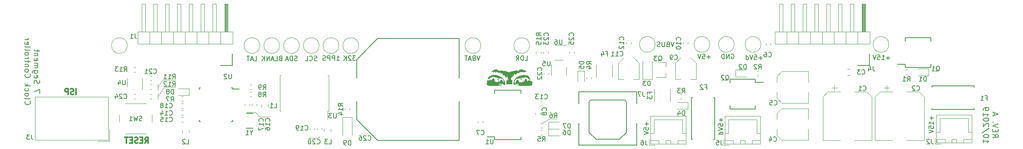
<source format=gbr>
G04 #@! TF.GenerationSoftware,KiCad,Pcbnew,(5.1.4)-1*
G04 #@! TF.CreationDate,2019-11-12T21:59:56+01:00*
G04 #@! TF.ProjectId,Controller,436f6e74-726f-46c6-9c65-722e6b696361,rev?*
G04 #@! TF.SameCoordinates,Original*
G04 #@! TF.FileFunction,Legend,Bot*
G04 #@! TF.FilePolarity,Positive*
%FSLAX46Y46*%
G04 Gerber Fmt 4.6, Leading zero omitted, Abs format (unit mm)*
G04 Created by KiCad (PCBNEW (5.1.4)-1) date 2019-11-12 21:59:56*
%MOMM*%
%LPD*%
G04 APERTURE LIST*
%ADD10C,0.200000*%
%ADD11C,0.120000*%
%ADD12C,0.300000*%
%ADD13C,0.010000*%
%ADD14C,0.150000*%
G04 APERTURE END LIST*
D10*
X256757142Y-115142857D02*
X257328571Y-115542857D01*
X256757142Y-115828571D02*
X257957142Y-115828571D01*
X257957142Y-115371428D01*
X257900000Y-115257142D01*
X257842857Y-115200000D01*
X257728571Y-115142857D01*
X257557142Y-115142857D01*
X257442857Y-115200000D01*
X257385714Y-115257142D01*
X257328571Y-115371428D01*
X257328571Y-115828571D01*
X257385714Y-114628571D02*
X257385714Y-114228571D01*
X256757142Y-114057142D02*
X256757142Y-114628571D01*
X257957142Y-114628571D01*
X257957142Y-114057142D01*
X257957142Y-113714285D02*
X256757142Y-113314285D01*
X257957142Y-112914285D01*
X256871428Y-112514285D02*
X256814285Y-112457142D01*
X256757142Y-112514285D01*
X256814285Y-112571428D01*
X256871428Y-112514285D01*
X256757142Y-112514285D01*
X257100000Y-111085714D02*
X257100000Y-110514285D01*
X256757142Y-111200000D02*
X257957142Y-110800000D01*
X256757142Y-110400000D01*
X254757142Y-116342857D02*
X254757142Y-117028571D01*
X254757142Y-116685714D02*
X255957142Y-116685714D01*
X255785714Y-116800000D01*
X255671428Y-116914285D01*
X255614285Y-117028571D01*
X255957142Y-115600000D02*
X255957142Y-115485714D01*
X255900000Y-115371428D01*
X255842857Y-115314285D01*
X255728571Y-115257142D01*
X255500000Y-115200000D01*
X255214285Y-115200000D01*
X254985714Y-115257142D01*
X254871428Y-115314285D01*
X254814285Y-115371428D01*
X254757142Y-115485714D01*
X254757142Y-115600000D01*
X254814285Y-115714285D01*
X254871428Y-115771428D01*
X254985714Y-115828571D01*
X255214285Y-115885714D01*
X255500000Y-115885714D01*
X255728571Y-115828571D01*
X255842857Y-115771428D01*
X255900000Y-115714285D01*
X255957142Y-115600000D01*
X256014285Y-113828571D02*
X254471428Y-114857142D01*
X255842857Y-113485714D02*
X255900000Y-113428571D01*
X255957142Y-113314285D01*
X255957142Y-113028571D01*
X255900000Y-112914285D01*
X255842857Y-112857142D01*
X255728571Y-112800000D01*
X255614285Y-112800000D01*
X255442857Y-112857142D01*
X254757142Y-113542857D01*
X254757142Y-112800000D01*
X255957142Y-112057142D02*
X255957142Y-111942857D01*
X255900000Y-111828571D01*
X255842857Y-111771428D01*
X255728571Y-111714285D01*
X255500000Y-111657142D01*
X255214285Y-111657142D01*
X254985714Y-111714285D01*
X254871428Y-111771428D01*
X254814285Y-111828571D01*
X254757142Y-111942857D01*
X254757142Y-112057142D01*
X254814285Y-112171428D01*
X254871428Y-112228571D01*
X254985714Y-112285714D01*
X255214285Y-112342857D01*
X255500000Y-112342857D01*
X255728571Y-112285714D01*
X255842857Y-112228571D01*
X255900000Y-112171428D01*
X255957142Y-112057142D01*
X254757142Y-110514285D02*
X254757142Y-111200000D01*
X254757142Y-110857142D02*
X255957142Y-110857142D01*
X255785714Y-110971428D01*
X255671428Y-111085714D01*
X255614285Y-111200000D01*
X254757142Y-109942857D02*
X254757142Y-109714285D01*
X254814285Y-109600000D01*
X254871428Y-109542857D01*
X255042857Y-109428571D01*
X255271428Y-109371428D01*
X255728571Y-109371428D01*
X255842857Y-109428571D01*
X255900000Y-109485714D01*
X255957142Y-109600000D01*
X255957142Y-109828571D01*
X255900000Y-109942857D01*
X255842857Y-110000000D01*
X255728571Y-110057142D01*
X255442857Y-110057142D01*
X255328571Y-110000000D01*
X255271428Y-109942857D01*
X255214285Y-109828571D01*
X255214285Y-109600000D01*
X255271428Y-109485714D01*
X255328571Y-109428571D01*
X255442857Y-109371428D01*
X51857142Y-106285714D02*
X51857142Y-105485714D01*
X50657142Y-106000000D01*
X50714285Y-104171428D02*
X50657142Y-104000000D01*
X50657142Y-103714285D01*
X50714285Y-103600000D01*
X50771428Y-103542857D01*
X50885714Y-103485714D01*
X51000000Y-103485714D01*
X51114285Y-103542857D01*
X51171428Y-103600000D01*
X51228571Y-103714285D01*
X51285714Y-103942857D01*
X51342857Y-104057142D01*
X51400000Y-104114285D01*
X51514285Y-104171428D01*
X51628571Y-104171428D01*
X51742857Y-104114285D01*
X51800000Y-104057142D01*
X51857142Y-103942857D01*
X51857142Y-103657142D01*
X51800000Y-103485714D01*
X50714285Y-102514285D02*
X50657142Y-102628571D01*
X50657142Y-102857142D01*
X50714285Y-102971428D01*
X50828571Y-103028571D01*
X51285714Y-103028571D01*
X51400000Y-102971428D01*
X51457142Y-102857142D01*
X51457142Y-102628571D01*
X51400000Y-102514285D01*
X51285714Y-102457142D01*
X51171428Y-102457142D01*
X51057142Y-103028571D01*
X51457142Y-101428571D02*
X50485714Y-101428571D01*
X50371428Y-101485714D01*
X50314285Y-101542857D01*
X50257142Y-101657142D01*
X50257142Y-101828571D01*
X50314285Y-101942857D01*
X50714285Y-101428571D02*
X50657142Y-101542857D01*
X50657142Y-101771428D01*
X50714285Y-101885714D01*
X50771428Y-101942857D01*
X50885714Y-102000000D01*
X51228571Y-102000000D01*
X51342857Y-101942857D01*
X51400000Y-101885714D01*
X51457142Y-101771428D01*
X51457142Y-101542857D01*
X51400000Y-101428571D01*
X50657142Y-100857142D02*
X51457142Y-100857142D01*
X51342857Y-100857142D02*
X51400000Y-100800000D01*
X51457142Y-100685714D01*
X51457142Y-100514285D01*
X51400000Y-100400000D01*
X51285714Y-100342857D01*
X50657142Y-100342857D01*
X51285714Y-100342857D02*
X51400000Y-100285714D01*
X51457142Y-100171428D01*
X51457142Y-100000000D01*
X51400000Y-99885714D01*
X51285714Y-99828571D01*
X50657142Y-99828571D01*
X50714285Y-98800000D02*
X50657142Y-98914285D01*
X50657142Y-99142857D01*
X50714285Y-99257142D01*
X50828571Y-99314285D01*
X51285714Y-99314285D01*
X51400000Y-99257142D01*
X51457142Y-99142857D01*
X51457142Y-98914285D01*
X51400000Y-98800000D01*
X51285714Y-98742857D01*
X51171428Y-98742857D01*
X51057142Y-99314285D01*
X51457142Y-98228571D02*
X50657142Y-98228571D01*
X51342857Y-98228571D02*
X51400000Y-98171428D01*
X51457142Y-98057142D01*
X51457142Y-97885714D01*
X51400000Y-97771428D01*
X51285714Y-97714285D01*
X50657142Y-97714285D01*
X51457142Y-97314285D02*
X51457142Y-96857142D01*
X51857142Y-97142857D02*
X50828571Y-97142857D01*
X50714285Y-97085714D01*
X50657142Y-96971428D01*
X50657142Y-96857142D01*
X48771428Y-108000000D02*
X48714285Y-108057142D01*
X48657142Y-108228571D01*
X48657142Y-108342857D01*
X48714285Y-108514285D01*
X48828571Y-108628571D01*
X48942857Y-108685714D01*
X49171428Y-108742857D01*
X49342857Y-108742857D01*
X49571428Y-108685714D01*
X49685714Y-108628571D01*
X49800000Y-108514285D01*
X49857142Y-108342857D01*
X49857142Y-108228571D01*
X49800000Y-108057142D01*
X49742857Y-108000000D01*
X48657142Y-107314285D02*
X48714285Y-107428571D01*
X48828571Y-107485714D01*
X49857142Y-107485714D01*
X48657142Y-106685714D02*
X48714285Y-106800000D01*
X48771428Y-106857142D01*
X48885714Y-106914285D01*
X49228571Y-106914285D01*
X49342857Y-106857142D01*
X49400000Y-106800000D01*
X49457142Y-106685714D01*
X49457142Y-106514285D01*
X49400000Y-106400000D01*
X49342857Y-106342857D01*
X49228571Y-106285714D01*
X48885714Y-106285714D01*
X48771428Y-106342857D01*
X48714285Y-106400000D01*
X48657142Y-106514285D01*
X48657142Y-106685714D01*
X48714285Y-105257142D02*
X48657142Y-105371428D01*
X48657142Y-105600000D01*
X48714285Y-105714285D01*
X48771428Y-105771428D01*
X48885714Y-105828571D01*
X49228571Y-105828571D01*
X49342857Y-105771428D01*
X49400000Y-105714285D01*
X49457142Y-105600000D01*
X49457142Y-105371428D01*
X49400000Y-105257142D01*
X48657142Y-104742857D02*
X49857142Y-104742857D01*
X49114285Y-104628571D02*
X48657142Y-104285714D01*
X49457142Y-104285714D02*
X49000000Y-104742857D01*
X48771428Y-102171428D02*
X48714285Y-102228571D01*
X48657142Y-102400000D01*
X48657142Y-102514285D01*
X48714285Y-102685714D01*
X48828571Y-102800000D01*
X48942857Y-102857142D01*
X49171428Y-102914285D01*
X49342857Y-102914285D01*
X49571428Y-102857142D01*
X49685714Y-102800000D01*
X49800000Y-102685714D01*
X49857142Y-102514285D01*
X49857142Y-102400000D01*
X49800000Y-102228571D01*
X49742857Y-102171428D01*
X48657142Y-101485714D02*
X48714285Y-101600000D01*
X48771428Y-101657142D01*
X48885714Y-101714285D01*
X49228571Y-101714285D01*
X49342857Y-101657142D01*
X49400000Y-101600000D01*
X49457142Y-101485714D01*
X49457142Y-101314285D01*
X49400000Y-101200000D01*
X49342857Y-101142857D01*
X49228571Y-101085714D01*
X48885714Y-101085714D01*
X48771428Y-101142857D01*
X48714285Y-101200000D01*
X48657142Y-101314285D01*
X48657142Y-101485714D01*
X49457142Y-100571428D02*
X48657142Y-100571428D01*
X49342857Y-100571428D02*
X49400000Y-100514285D01*
X49457142Y-100400000D01*
X49457142Y-100228571D01*
X49400000Y-100114285D01*
X49285714Y-100057142D01*
X48657142Y-100057142D01*
X49457142Y-99657142D02*
X49457142Y-99200000D01*
X49857142Y-99485714D02*
X48828571Y-99485714D01*
X48714285Y-99428571D01*
X48657142Y-99314285D01*
X48657142Y-99200000D01*
X48657142Y-98800000D02*
X49457142Y-98800000D01*
X49228571Y-98800000D02*
X49342857Y-98742857D01*
X49400000Y-98685714D01*
X49457142Y-98571428D01*
X49457142Y-98457142D01*
X48657142Y-97885714D02*
X48714285Y-98000000D01*
X48771428Y-98057142D01*
X48885714Y-98114285D01*
X49228571Y-98114285D01*
X49342857Y-98057142D01*
X49400000Y-98000000D01*
X49457142Y-97885714D01*
X49457142Y-97714285D01*
X49400000Y-97600000D01*
X49342857Y-97542857D01*
X49228571Y-97485714D01*
X48885714Y-97485714D01*
X48771428Y-97542857D01*
X48714285Y-97600000D01*
X48657142Y-97714285D01*
X48657142Y-97885714D01*
X48657142Y-96800000D02*
X48714285Y-96914285D01*
X48828571Y-96971428D01*
X49857142Y-96971428D01*
X48657142Y-96171428D02*
X48714285Y-96285714D01*
X48828571Y-96342857D01*
X49857142Y-96342857D01*
X48714285Y-95257142D02*
X48657142Y-95371428D01*
X48657142Y-95600000D01*
X48714285Y-95714285D01*
X48828571Y-95771428D01*
X49285714Y-95771428D01*
X49400000Y-95714285D01*
X49457142Y-95600000D01*
X49457142Y-95371428D01*
X49400000Y-95257142D01*
X49285714Y-95200000D01*
X49171428Y-95200000D01*
X49057142Y-95771428D01*
X48657142Y-94685714D02*
X49457142Y-94685714D01*
X49228571Y-94685714D02*
X49342857Y-94628571D01*
X49400000Y-94571428D01*
X49457142Y-94457142D01*
X49457142Y-94342857D01*
D11*
X161500000Y-111800000D02*
X159912779Y-112740000D01*
X163000000Y-111800000D02*
X161500000Y-111800000D01*
X81100000Y-103400000D02*
X78300000Y-103400000D01*
X81100000Y-105000000D02*
X78600000Y-105000000D01*
X77300000Y-106400000D02*
X77300000Y-107600000D01*
X77300000Y-104400000D02*
X77300000Y-105600000D01*
X78300000Y-103400000D02*
X77300000Y-105000000D01*
X78600000Y-105000000D02*
X77300000Y-107000000D01*
D10*
X200561904Y-97900000D02*
X200657142Y-97852380D01*
X200800000Y-97852380D01*
X200942857Y-97900000D01*
X201038095Y-97995238D01*
X201085714Y-98090476D01*
X201133333Y-98280952D01*
X201133333Y-98423809D01*
X201085714Y-98614285D01*
X201038095Y-98709523D01*
X200942857Y-98804761D01*
X200800000Y-98852380D01*
X200704761Y-98852380D01*
X200561904Y-98804761D01*
X200514285Y-98757142D01*
X200514285Y-98423809D01*
X200704761Y-98423809D01*
X200085714Y-98852380D02*
X200085714Y-97852380D01*
X199514285Y-98852380D01*
X199514285Y-97852380D01*
X199038095Y-98852380D02*
X199038095Y-97852380D01*
X198800000Y-97852380D01*
X198657142Y-97900000D01*
X198561904Y-97995238D01*
X198514285Y-98090476D01*
X198466666Y-98280952D01*
X198466666Y-98423809D01*
X198514285Y-98614285D01*
X198561904Y-98709523D01*
X198657142Y-98804761D01*
X198800000Y-98852380D01*
X199038095Y-98852380D01*
X98000000Y-99252380D02*
X98476190Y-99252380D01*
X98476190Y-98252380D01*
X97714285Y-98966666D02*
X97238095Y-98966666D01*
X97809523Y-99252380D02*
X97476190Y-98252380D01*
X97142857Y-99252380D01*
X96952380Y-98252380D02*
X96380952Y-98252380D01*
X96666666Y-99252380D02*
X96666666Y-98252380D01*
X103585714Y-98728571D02*
X103442857Y-98776190D01*
X103395238Y-98823809D01*
X103347619Y-98919047D01*
X103347619Y-99061904D01*
X103395238Y-99157142D01*
X103442857Y-99204761D01*
X103538095Y-99252380D01*
X103919047Y-99252380D01*
X103919047Y-98252380D01*
X103585714Y-98252380D01*
X103490476Y-98300000D01*
X103442857Y-98347619D01*
X103395238Y-98442857D01*
X103395238Y-98538095D01*
X103442857Y-98633333D01*
X103490476Y-98680952D01*
X103585714Y-98728571D01*
X103919047Y-98728571D01*
X102442857Y-99252380D02*
X102919047Y-99252380D01*
X102919047Y-98252380D01*
X102157142Y-98966666D02*
X101680952Y-98966666D01*
X102252380Y-99252380D02*
X101919047Y-98252380D01*
X101585714Y-99252380D01*
X101252380Y-99252380D02*
X101252380Y-98252380D01*
X100680952Y-99252380D01*
X100680952Y-98252380D01*
X100204761Y-99252380D02*
X100204761Y-98252380D01*
X99633333Y-99252380D02*
X100061904Y-98680952D01*
X99633333Y-98252380D02*
X100204761Y-98823809D01*
X107214285Y-99204761D02*
X107071428Y-99252380D01*
X106833333Y-99252380D01*
X106738095Y-99204761D01*
X106690476Y-99157142D01*
X106642857Y-99061904D01*
X106642857Y-98966666D01*
X106690476Y-98871428D01*
X106738095Y-98823809D01*
X106833333Y-98776190D01*
X107023809Y-98728571D01*
X107119047Y-98680952D01*
X107166666Y-98633333D01*
X107214285Y-98538095D01*
X107214285Y-98442857D01*
X107166666Y-98347619D01*
X107119047Y-98300000D01*
X107023809Y-98252380D01*
X106785714Y-98252380D01*
X106642857Y-98300000D01*
X106214285Y-99252380D02*
X106214285Y-98252380D01*
X105976190Y-98252380D01*
X105833333Y-98300000D01*
X105738095Y-98395238D01*
X105690476Y-98490476D01*
X105642857Y-98680952D01*
X105642857Y-98823809D01*
X105690476Y-99014285D01*
X105738095Y-99109523D01*
X105833333Y-99204761D01*
X105976190Y-99252380D01*
X106214285Y-99252380D01*
X105261904Y-98966666D02*
X104785714Y-98966666D01*
X105357142Y-99252380D02*
X105023809Y-98252380D01*
X104690476Y-99252380D01*
X111440476Y-99204761D02*
X111297619Y-99252380D01*
X111059523Y-99252380D01*
X110964285Y-99204761D01*
X110916666Y-99157142D01*
X110869047Y-99061904D01*
X110869047Y-98966666D01*
X110916666Y-98871428D01*
X110964285Y-98823809D01*
X111059523Y-98776190D01*
X111250000Y-98728571D01*
X111345238Y-98680952D01*
X111392857Y-98633333D01*
X111440476Y-98538095D01*
X111440476Y-98442857D01*
X111392857Y-98347619D01*
X111345238Y-98300000D01*
X111250000Y-98252380D01*
X111011904Y-98252380D01*
X110869047Y-98300000D01*
X109869047Y-99157142D02*
X109916666Y-99204761D01*
X110059523Y-99252380D01*
X110154761Y-99252380D01*
X110297619Y-99204761D01*
X110392857Y-99109523D01*
X110440476Y-99014285D01*
X110488095Y-98823809D01*
X110488095Y-98680952D01*
X110440476Y-98490476D01*
X110392857Y-98395238D01*
X110297619Y-98300000D01*
X110154761Y-98252380D01*
X110059523Y-98252380D01*
X109916666Y-98300000D01*
X109869047Y-98347619D01*
X108964285Y-99252380D02*
X109440476Y-99252380D01*
X109440476Y-98252380D01*
X115690476Y-99202380D02*
X116261904Y-99202380D01*
X115976190Y-99202380D02*
X115976190Y-98202380D01*
X116071428Y-98345238D01*
X116166666Y-98440476D01*
X116261904Y-98488095D01*
X115261904Y-99202380D02*
X115261904Y-98202380D01*
X114880952Y-98202380D01*
X114785714Y-98250000D01*
X114738095Y-98297619D01*
X114690476Y-98392857D01*
X114690476Y-98535714D01*
X114738095Y-98630952D01*
X114785714Y-98678571D01*
X114880952Y-98726190D01*
X115261904Y-98726190D01*
X114261904Y-99202380D02*
X114261904Y-98202380D01*
X113880952Y-98202380D01*
X113785714Y-98250000D01*
X113738095Y-98297619D01*
X113690476Y-98392857D01*
X113690476Y-98535714D01*
X113738095Y-98630952D01*
X113785714Y-98678571D01*
X113880952Y-98726190D01*
X114261904Y-98726190D01*
X113309523Y-99154761D02*
X113166666Y-99202380D01*
X112928571Y-99202380D01*
X112833333Y-99154761D01*
X112785714Y-99107142D01*
X112738095Y-99011904D01*
X112738095Y-98916666D01*
X112785714Y-98821428D01*
X112833333Y-98773809D01*
X112928571Y-98726190D01*
X113119047Y-98678571D01*
X113214285Y-98630952D01*
X113261904Y-98583333D01*
X113309523Y-98488095D01*
X113309523Y-98392857D01*
X113261904Y-98297619D01*
X113214285Y-98250000D01*
X113119047Y-98202380D01*
X112880952Y-98202380D01*
X112738095Y-98250000D01*
X119809523Y-98202380D02*
X119190476Y-98202380D01*
X119523809Y-98583333D01*
X119380952Y-98583333D01*
X119285714Y-98630952D01*
X119238095Y-98678571D01*
X119190476Y-98773809D01*
X119190476Y-99011904D01*
X119238095Y-99107142D01*
X119285714Y-99154761D01*
X119380952Y-99202380D01*
X119666666Y-99202380D01*
X119761904Y-99154761D01*
X119809523Y-99107142D01*
X118809523Y-98297619D02*
X118761904Y-98250000D01*
X118666666Y-98202380D01*
X118428571Y-98202380D01*
X118333333Y-98250000D01*
X118285714Y-98297619D01*
X118238095Y-98392857D01*
X118238095Y-98488095D01*
X118285714Y-98630952D01*
X118857142Y-99202380D01*
X118238095Y-99202380D01*
X117809523Y-99202380D02*
X117809523Y-98202380D01*
X117238095Y-99202380D02*
X117666666Y-98630952D01*
X117238095Y-98202380D02*
X117809523Y-98773809D01*
X146542857Y-98202380D02*
X146209523Y-99202380D01*
X145876190Y-98202380D01*
X145209523Y-98678571D02*
X145066666Y-98726190D01*
X145019047Y-98773809D01*
X144971428Y-98869047D01*
X144971428Y-99011904D01*
X145019047Y-99107142D01*
X145066666Y-99154761D01*
X145161904Y-99202380D01*
X145542857Y-99202380D01*
X145542857Y-98202380D01*
X145209523Y-98202380D01*
X145114285Y-98250000D01*
X145066666Y-98297619D01*
X145019047Y-98392857D01*
X145019047Y-98488095D01*
X145066666Y-98583333D01*
X145114285Y-98630952D01*
X145209523Y-98678571D01*
X145542857Y-98678571D01*
X144590476Y-98916666D02*
X144114285Y-98916666D01*
X144685714Y-99202380D02*
X144352380Y-98202380D01*
X144019047Y-99202380D01*
X143828571Y-98202380D02*
X143257142Y-98202380D01*
X143542857Y-99202380D02*
X143542857Y-98202380D01*
X156190476Y-99202380D02*
X156666666Y-99202380D01*
X156666666Y-98202380D01*
X155857142Y-99202380D02*
X155857142Y-98202380D01*
X155619047Y-98202380D01*
X155476190Y-98250000D01*
X155380952Y-98345238D01*
X155333333Y-98440476D01*
X155285714Y-98630952D01*
X155285714Y-98773809D01*
X155333333Y-98964285D01*
X155380952Y-99059523D01*
X155476190Y-99154761D01*
X155619047Y-99202380D01*
X155857142Y-99202380D01*
X154285714Y-99202380D02*
X154619047Y-98726190D01*
X154857142Y-99202380D02*
X154857142Y-98202380D01*
X154476190Y-98202380D01*
X154380952Y-98250000D01*
X154333333Y-98297619D01*
X154285714Y-98392857D01*
X154285714Y-98535714D01*
X154333333Y-98630952D01*
X154380952Y-98678571D01*
X154476190Y-98726190D01*
X154857142Y-98726190D01*
X182371428Y-112514285D02*
X182371428Y-113276190D01*
X182752380Y-112895238D02*
X181990476Y-112895238D01*
X181752380Y-114228571D02*
X181752380Y-113752380D01*
X182228571Y-113704761D01*
X182180952Y-113752380D01*
X182133333Y-113847619D01*
X182133333Y-114085714D01*
X182180952Y-114180952D01*
X182228571Y-114228571D01*
X182323809Y-114276190D01*
X182561904Y-114276190D01*
X182657142Y-114228571D01*
X182704761Y-114180952D01*
X182752380Y-114085714D01*
X182752380Y-113847619D01*
X182704761Y-113752380D01*
X182657142Y-113704761D01*
X181752380Y-114561904D02*
X182752380Y-114895238D01*
X181752380Y-115228571D01*
X198371428Y-111661904D02*
X198371428Y-112423809D01*
X198752380Y-112042857D02*
X197990476Y-112042857D01*
X197752380Y-113376190D02*
X197752380Y-112900000D01*
X198228571Y-112852380D01*
X198180952Y-112900000D01*
X198133333Y-112995238D01*
X198133333Y-113233333D01*
X198180952Y-113328571D01*
X198228571Y-113376190D01*
X198323809Y-113423809D01*
X198561904Y-113423809D01*
X198657142Y-113376190D01*
X198704761Y-113328571D01*
X198752380Y-113233333D01*
X198752380Y-112995238D01*
X198704761Y-112900000D01*
X198657142Y-112852380D01*
X197752380Y-113709523D02*
X198752380Y-114042857D01*
X197752380Y-114376190D01*
X198752380Y-115138095D02*
X197752380Y-115138095D01*
X198704761Y-115138095D02*
X198752380Y-115042857D01*
X198752380Y-114852380D01*
X198704761Y-114757142D01*
X198657142Y-114709523D01*
X198561904Y-114661904D01*
X198276190Y-114661904D01*
X198180952Y-114709523D01*
X198133333Y-114757142D01*
X198085714Y-114852380D01*
X198085714Y-115042857D01*
X198133333Y-115138095D01*
X243671428Y-111238095D02*
X243671428Y-112000000D01*
X244052380Y-111619047D02*
X243290476Y-111619047D01*
X244052380Y-113000000D02*
X244052380Y-112428571D01*
X244052380Y-112714285D02*
X243052380Y-112714285D01*
X243195238Y-112619047D01*
X243290476Y-112523809D01*
X243338095Y-112428571D01*
X243052380Y-113904761D02*
X243052380Y-113428571D01*
X243528571Y-113380952D01*
X243480952Y-113428571D01*
X243433333Y-113523809D01*
X243433333Y-113761904D01*
X243480952Y-113857142D01*
X243528571Y-113904761D01*
X243623809Y-113952380D01*
X243861904Y-113952380D01*
X243957142Y-113904761D01*
X244004761Y-113857142D01*
X244052380Y-113761904D01*
X244052380Y-113523809D01*
X244004761Y-113428571D01*
X243957142Y-113380952D01*
X243052380Y-114238095D02*
X244052380Y-114571428D01*
X243052380Y-114904761D01*
X234661904Y-98671428D02*
X233900000Y-98671428D01*
X234280952Y-99052380D02*
X234280952Y-98290476D01*
X232900000Y-99052380D02*
X233471428Y-99052380D01*
X233185714Y-99052380D02*
X233185714Y-98052380D01*
X233280952Y-98195238D01*
X233376190Y-98290476D01*
X233471428Y-98338095D01*
X231995238Y-98052380D02*
X232471428Y-98052380D01*
X232519047Y-98528571D01*
X232471428Y-98480952D01*
X232376190Y-98433333D01*
X232138095Y-98433333D01*
X232042857Y-98480952D01*
X231995238Y-98528571D01*
X231947619Y-98623809D01*
X231947619Y-98861904D01*
X231995238Y-98957142D01*
X232042857Y-99004761D01*
X232138095Y-99052380D01*
X232376190Y-99052380D01*
X232471428Y-99004761D01*
X232519047Y-98957142D01*
X231661904Y-98052380D02*
X231328571Y-99052380D01*
X230995238Y-98052380D01*
X196085714Y-98471428D02*
X195323809Y-98471428D01*
X195704761Y-98852380D02*
X195704761Y-98090476D01*
X194371428Y-97852380D02*
X194847619Y-97852380D01*
X194895238Y-98328571D01*
X194847619Y-98280952D01*
X194752380Y-98233333D01*
X194514285Y-98233333D01*
X194419047Y-98280952D01*
X194371428Y-98328571D01*
X194323809Y-98423809D01*
X194323809Y-98661904D01*
X194371428Y-98757142D01*
X194419047Y-98804761D01*
X194514285Y-98852380D01*
X194752380Y-98852380D01*
X194847619Y-98804761D01*
X194895238Y-98757142D01*
X194038095Y-97852380D02*
X193704761Y-98852380D01*
X193371428Y-97852380D01*
X207238095Y-98671428D02*
X206476190Y-98671428D01*
X206857142Y-99052380D02*
X206857142Y-98290476D01*
X205523809Y-98052380D02*
X206000000Y-98052380D01*
X206047619Y-98528571D01*
X206000000Y-98480952D01*
X205904761Y-98433333D01*
X205666666Y-98433333D01*
X205571428Y-98480952D01*
X205523809Y-98528571D01*
X205476190Y-98623809D01*
X205476190Y-98861904D01*
X205523809Y-98957142D01*
X205571428Y-99004761D01*
X205666666Y-99052380D01*
X205904761Y-99052380D01*
X206000000Y-99004761D01*
X206047619Y-98957142D01*
X205190476Y-98052380D02*
X204857142Y-99052380D01*
X204523809Y-98052380D01*
X203761904Y-99052380D02*
X203761904Y-98052380D01*
X203761904Y-99004761D02*
X203857142Y-99052380D01*
X204047619Y-99052380D01*
X204142857Y-99004761D01*
X204190476Y-98957142D01*
X204238095Y-98861904D01*
X204238095Y-98576190D01*
X204190476Y-98480952D01*
X204142857Y-98433333D01*
X204047619Y-98385714D01*
X203857142Y-98385714D01*
X203761904Y-98433333D01*
X188233333Y-95252380D02*
X187900000Y-96252380D01*
X187566666Y-95252380D01*
X186900000Y-95728571D02*
X186757142Y-95776190D01*
X186709523Y-95823809D01*
X186661904Y-95919047D01*
X186661904Y-96061904D01*
X186709523Y-96157142D01*
X186757142Y-96204761D01*
X186852380Y-96252380D01*
X187233333Y-96252380D01*
X187233333Y-95252380D01*
X186900000Y-95252380D01*
X186804761Y-95300000D01*
X186757142Y-95347619D01*
X186709523Y-95442857D01*
X186709523Y-95538095D01*
X186757142Y-95633333D01*
X186804761Y-95680952D01*
X186900000Y-95728571D01*
X187233333Y-95728571D01*
X186233333Y-95252380D02*
X186233333Y-96061904D01*
X186185714Y-96157142D01*
X186138095Y-96204761D01*
X186042857Y-96252380D01*
X185852380Y-96252380D01*
X185757142Y-96204761D01*
X185709523Y-96157142D01*
X185661904Y-96061904D01*
X185661904Y-95252380D01*
X185233333Y-96204761D02*
X185090476Y-96252380D01*
X184852380Y-96252380D01*
X184757142Y-96204761D01*
X184709523Y-96157142D01*
X184661904Y-96061904D01*
X184661904Y-95966666D01*
X184709523Y-95871428D01*
X184757142Y-95823809D01*
X184852380Y-95776190D01*
X185042857Y-95728571D01*
X185138095Y-95680952D01*
X185185714Y-95633333D01*
X185233333Y-95538095D01*
X185233333Y-95442857D01*
X185185714Y-95347619D01*
X185138095Y-95300000D01*
X185042857Y-95252380D01*
X184804761Y-95252380D01*
X184661904Y-95300000D01*
D12*
X74492857Y-117042857D02*
X74892857Y-116471428D01*
X75178571Y-117042857D02*
X75178571Y-115842857D01*
X74721428Y-115842857D01*
X74607142Y-115900000D01*
X74550000Y-115957142D01*
X74492857Y-116071428D01*
X74492857Y-116242857D01*
X74550000Y-116357142D01*
X74607142Y-116414285D01*
X74721428Y-116471428D01*
X75178571Y-116471428D01*
X73978571Y-116414285D02*
X73578571Y-116414285D01*
X73407142Y-117042857D02*
X73978571Y-117042857D01*
X73978571Y-115842857D01*
X73407142Y-115842857D01*
X72950000Y-116985714D02*
X72778571Y-117042857D01*
X72492857Y-117042857D01*
X72378571Y-116985714D01*
X72321428Y-116928571D01*
X72264285Y-116814285D01*
X72264285Y-116700000D01*
X72321428Y-116585714D01*
X72378571Y-116528571D01*
X72492857Y-116471428D01*
X72721428Y-116414285D01*
X72835714Y-116357142D01*
X72892857Y-116300000D01*
X72950000Y-116185714D01*
X72950000Y-116071428D01*
X72892857Y-115957142D01*
X72835714Y-115900000D01*
X72721428Y-115842857D01*
X72435714Y-115842857D01*
X72264285Y-115900000D01*
X71750000Y-116414285D02*
X71350000Y-116414285D01*
X71178571Y-117042857D02*
X71750000Y-117042857D01*
X71750000Y-115842857D01*
X71178571Y-115842857D01*
X70835714Y-115842857D02*
X70150000Y-115842857D01*
X70492857Y-117042857D02*
X70492857Y-115842857D01*
X59671428Y-106542857D02*
X59671428Y-105342857D01*
X59157142Y-106485714D02*
X58985714Y-106542857D01*
X58700000Y-106542857D01*
X58585714Y-106485714D01*
X58528571Y-106428571D01*
X58471428Y-106314285D01*
X58471428Y-106200000D01*
X58528571Y-106085714D01*
X58585714Y-106028571D01*
X58700000Y-105971428D01*
X58928571Y-105914285D01*
X59042857Y-105857142D01*
X59100000Y-105800000D01*
X59157142Y-105685714D01*
X59157142Y-105571428D01*
X59100000Y-105457142D01*
X59042857Y-105400000D01*
X58928571Y-105342857D01*
X58642857Y-105342857D01*
X58471428Y-105400000D01*
X57957142Y-106542857D02*
X57957142Y-105342857D01*
X57500000Y-105342857D01*
X57385714Y-105400000D01*
X57328571Y-105457142D01*
X57271428Y-105571428D01*
X57271428Y-105742857D01*
X57328571Y-105857142D01*
X57385714Y-105914285D01*
X57500000Y-105971428D01*
X57957142Y-105971428D01*
D11*
X111650000Y-116000000D02*
X112050000Y-115600000D01*
X109650000Y-116000000D02*
X111650000Y-116000000D01*
X98300000Y-110400000D02*
X96300000Y-110400000D01*
X99100000Y-111400000D02*
X98300000Y-110400000D01*
X101300000Y-111400000D02*
X99100000Y-111400000D01*
D13*
G36*
X150327284Y-103218856D02*
G01*
X150309205Y-103227608D01*
X150277410Y-103288402D01*
X150284370Y-103308310D01*
X150360329Y-103352524D01*
X150452838Y-103335730D01*
X150485622Y-103304441D01*
X150477583Y-103250284D01*
X150410589Y-103215565D01*
X150327284Y-103218856D01*
X150327284Y-103218856D01*
G37*
X150327284Y-103218856D02*
X150309205Y-103227608D01*
X150277410Y-103288402D01*
X150284370Y-103308310D01*
X150360329Y-103352524D01*
X150452838Y-103335730D01*
X150485622Y-103304441D01*
X150477583Y-103250284D01*
X150410589Y-103215565D01*
X150327284Y-103218856D01*
G36*
X155256269Y-103226579D02*
G01*
X155246842Y-103263525D01*
X155305960Y-103333833D01*
X155384873Y-103336481D01*
X155403475Y-103322791D01*
X155437125Y-103249994D01*
X155380266Y-103207712D01*
X155332567Y-103203200D01*
X155256269Y-103226579D01*
X155256269Y-103226579D01*
G37*
X155256269Y-103226579D02*
X155246842Y-103263525D01*
X155305960Y-103333833D01*
X155384873Y-103336481D01*
X155403475Y-103322791D01*
X155437125Y-103249994D01*
X155380266Y-103207712D01*
X155332567Y-103203200D01*
X155256269Y-103226579D01*
G36*
X149748800Y-103533400D02*
G01*
X149774200Y-103558800D01*
X149799600Y-103533400D01*
X149774200Y-103508000D01*
X149748800Y-103533400D01*
X149748800Y-103533400D01*
G37*
X149748800Y-103533400D02*
X149774200Y-103558800D01*
X149799600Y-103533400D01*
X149774200Y-103508000D01*
X149748800Y-103533400D01*
G36*
X155744677Y-103495857D02*
G01*
X155743200Y-103508000D01*
X155781858Y-103557323D01*
X155794000Y-103558800D01*
X155843324Y-103520142D01*
X155844800Y-103508000D01*
X155806143Y-103458676D01*
X155794000Y-103457200D01*
X155744677Y-103495857D01*
X155744677Y-103495857D01*
G37*
X155744677Y-103495857D02*
X155743200Y-103508000D01*
X155781858Y-103557323D01*
X155794000Y-103558800D01*
X155843324Y-103520142D01*
X155844800Y-103508000D01*
X155806143Y-103458676D01*
X155794000Y-103457200D01*
X155744677Y-103495857D01*
G36*
X150428252Y-103630873D02*
G01*
X150409200Y-103660400D01*
X150451748Y-103701674D01*
X150510800Y-103711200D01*
X150593349Y-103689926D01*
X150612400Y-103660400D01*
X150569853Y-103619125D01*
X150510800Y-103609600D01*
X150428252Y-103630873D01*
X150428252Y-103630873D01*
G37*
X150428252Y-103630873D02*
X150409200Y-103660400D01*
X150451748Y-103701674D01*
X150510800Y-103711200D01*
X150593349Y-103689926D01*
X150612400Y-103660400D01*
X150569853Y-103619125D01*
X150510800Y-103609600D01*
X150428252Y-103630873D01*
G36*
X149564848Y-101210040D02*
G01*
X149405660Y-101312482D01*
X149378099Y-101345623D01*
X149292278Y-101437102D01*
X149217721Y-101475987D01*
X149216791Y-101476000D01*
X149131188Y-101507911D01*
X149053534Y-101564900D01*
X149004175Y-101614944D01*
X149021934Y-101609955D01*
X149115063Y-101599146D01*
X149264835Y-101637612D01*
X149292056Y-101648055D01*
X149436467Y-101704634D01*
X149507144Y-101722457D01*
X149525026Y-101699632D01*
X149511057Y-101634264D01*
X149509520Y-101628400D01*
X149510165Y-101544583D01*
X149568670Y-101533927D01*
X149674839Y-101594155D01*
X149785379Y-101690034D01*
X149953794Y-101853269D01*
X149921147Y-101690034D01*
X149912739Y-101576254D01*
X149952643Y-101530414D01*
X150049789Y-101551964D01*
X150213109Y-101640352D01*
X150259555Y-101669183D01*
X150437359Y-101781123D01*
X150544275Y-101845234D01*
X150595852Y-101867085D01*
X150607639Y-101852243D01*
X150595186Y-101806278D01*
X150589020Y-101787161D01*
X150577208Y-101702616D01*
X150621704Y-101688438D01*
X150728578Y-101745193D01*
X150818431Y-101808534D01*
X151008012Y-101908043D01*
X151140234Y-101922834D01*
X151232177Y-101921440D01*
X151295846Y-101954141D01*
X151351823Y-102041576D01*
X151420459Y-102203794D01*
X151472272Y-102299398D01*
X151548950Y-102333775D01*
X151662387Y-102330794D01*
X151789231Y-102329161D01*
X151855420Y-102369834D01*
X151897123Y-102466600D01*
X151983381Y-102652509D01*
X152087256Y-102740705D01*
X152205778Y-102729978D01*
X152319027Y-102638645D01*
X152415800Y-102531291D01*
X152446108Y-102752945D01*
X152472799Y-102908973D01*
X152502809Y-103030506D01*
X152511706Y-103054801D01*
X152504248Y-103138072D01*
X152430598Y-103193151D01*
X152353900Y-103233498D01*
X152367941Y-103239005D01*
X152449727Y-103222790D01*
X152567382Y-103222623D01*
X152639756Y-103296126D01*
X152640364Y-103297257D01*
X152661003Y-103382344D01*
X152639806Y-103439690D01*
X152594937Y-103439310D01*
X152571258Y-103411347D01*
X152509432Y-103398278D01*
X152395701Y-103436806D01*
X152389948Y-103439639D01*
X152302031Y-103492096D01*
X152256720Y-103557566D01*
X152240070Y-103668612D01*
X152238000Y-103794460D01*
X152228205Y-103971330D01*
X152203137Y-104119253D01*
X152183085Y-104176090D01*
X152146696Y-104258859D01*
X152144985Y-104287050D01*
X152199274Y-104289165D01*
X152334873Y-104288799D01*
X152531524Y-104286139D01*
X152768970Y-104281374D01*
X152776740Y-104281195D01*
X153391679Y-104266991D01*
X153385056Y-103890221D01*
X153376871Y-103684726D01*
X153355820Y-103549819D01*
X153313915Y-103454606D01*
X153252717Y-103378336D01*
X153129585Y-103269562D01*
X153004577Y-103192210D01*
X153000000Y-103190249D01*
X152873000Y-103137279D01*
X153006865Y-103086285D01*
X153121493Y-103004338D01*
X153209773Y-102878604D01*
X153210065Y-102877945D01*
X153278200Y-102766562D01*
X153368509Y-102729830D01*
X153420258Y-102730322D01*
X153509321Y-102726347D01*
X153527582Y-102687765D01*
X153474432Y-102600319D01*
X153411374Y-102522458D01*
X153365061Y-102460020D01*
X153383346Y-102439478D01*
X153482432Y-102449776D01*
X153511342Y-102454246D01*
X153636018Y-102464396D01*
X153702615Y-102428650D01*
X153706148Y-102421324D01*
X152641458Y-102421324D01*
X152628083Y-102464603D01*
X152593600Y-102492000D01*
X152517767Y-102518465D01*
X152494943Y-102511875D01*
X152508318Y-102468596D01*
X152542800Y-102441200D01*
X152618634Y-102414734D01*
X152641458Y-102421324D01*
X153706148Y-102421324D01*
X153749627Y-102331184D01*
X153781873Y-102202501D01*
X153781312Y-102184201D01*
X152085600Y-102184201D01*
X152048724Y-102235932D01*
X152034800Y-102238000D01*
X151985321Y-102220667D01*
X151984000Y-102215598D01*
X152019598Y-102172226D01*
X152034800Y-102161800D01*
X152081612Y-102165827D01*
X152085600Y-102184201D01*
X153781312Y-102184201D01*
X153778950Y-102107297D01*
X153785408Y-102047730D01*
X153853221Y-102040022D01*
X153956526Y-102083921D01*
X153993591Y-102109384D01*
X154127694Y-102177195D01*
X154231813Y-102165681D01*
X154283594Y-102089903D01*
X154348995Y-102007290D01*
X154429219Y-101975603D01*
X154519701Y-101938600D01*
X154533960Y-101847663D01*
X154533507Y-101844300D01*
X154543175Y-101750629D01*
X154589319Y-101737285D01*
X154642273Y-101807474D01*
X154651000Y-101831600D01*
X154692702Y-101913974D01*
X154753351Y-101919230D01*
X154850780Y-101845375D01*
X154892775Y-101804570D01*
X155043528Y-101703349D01*
X155166403Y-101676954D01*
X155397622Y-101674354D01*
X155667000Y-101663726D01*
X155800290Y-101676381D01*
X155878690Y-101696484D01*
X155957993Y-101711584D01*
X155968719Y-101661640D01*
X155960576Y-101626322D01*
X155950964Y-101562266D01*
X155982416Y-101536532D01*
X156077978Y-101541064D01*
X156167987Y-101553803D01*
X156320971Y-101566864D01*
X156397708Y-101551003D01*
X156403600Y-101538788D01*
X156355816Y-101453203D01*
X156211432Y-101390253D01*
X156032222Y-101356567D01*
X155869222Y-101320882D01*
X155740023Y-101267568D01*
X155705151Y-101242007D01*
X155615274Y-101189170D01*
X155476397Y-101179130D01*
X155390729Y-101186902D01*
X155112575Y-101250490D01*
X154912053Y-101363513D01*
X154801152Y-101511523D01*
X154740912Y-101653800D01*
X154675102Y-101514099D01*
X154628741Y-101434756D01*
X154565521Y-101392917D01*
X154455042Y-101376765D01*
X154315644Y-101374399D01*
X154151569Y-101382550D01*
X154031909Y-101403623D01*
X153990600Y-101425200D01*
X153921749Y-101462156D01*
X153813431Y-101475999D01*
X153679175Y-101501464D01*
X153591911Y-101551746D01*
X153479579Y-101603575D01*
X153352059Y-101594671D01*
X153216286Y-101586691D01*
X153132796Y-101637963D01*
X153124254Y-101648965D01*
X153059715Y-101701217D01*
X153027279Y-101682239D01*
X152951410Y-101629288D01*
X152864000Y-101659649D01*
X152793816Y-101763249D01*
X152742546Y-101898099D01*
X152601794Y-101763249D01*
X152430087Y-101652214D01*
X152283030Y-101628400D01*
X152131476Y-101607326D01*
X152009881Y-101556363D01*
X152006410Y-101553815D01*
X151887886Y-101506390D01*
X151702984Y-101480461D01*
X151618699Y-101477615D01*
X151455908Y-101468458D01*
X151337696Y-101446503D01*
X151298200Y-101425200D01*
X151233841Y-101397204D01*
X151101208Y-101378754D01*
X150984478Y-101374400D01*
X150824313Y-101377791D01*
X150743856Y-101393743D01*
X150721291Y-101430923D01*
X150728720Y-101476000D01*
X150736437Y-101555023D01*
X150695976Y-101567227D01*
X150599558Y-101510439D01*
X150462162Y-101401605D01*
X150246822Y-101265997D01*
X150009466Y-101188039D01*
X149774129Y-101168973D01*
X149564848Y-101210040D01*
X149564848Y-101210040D01*
G37*
X149564848Y-101210040D02*
X149405660Y-101312482D01*
X149378099Y-101345623D01*
X149292278Y-101437102D01*
X149217721Y-101475987D01*
X149216791Y-101476000D01*
X149131188Y-101507911D01*
X149053534Y-101564900D01*
X149004175Y-101614944D01*
X149021934Y-101609955D01*
X149115063Y-101599146D01*
X149264835Y-101637612D01*
X149292056Y-101648055D01*
X149436467Y-101704634D01*
X149507144Y-101722457D01*
X149525026Y-101699632D01*
X149511057Y-101634264D01*
X149509520Y-101628400D01*
X149510165Y-101544583D01*
X149568670Y-101533927D01*
X149674839Y-101594155D01*
X149785379Y-101690034D01*
X149953794Y-101853269D01*
X149921147Y-101690034D01*
X149912739Y-101576254D01*
X149952643Y-101530414D01*
X150049789Y-101551964D01*
X150213109Y-101640352D01*
X150259555Y-101669183D01*
X150437359Y-101781123D01*
X150544275Y-101845234D01*
X150595852Y-101867085D01*
X150607639Y-101852243D01*
X150595186Y-101806278D01*
X150589020Y-101787161D01*
X150577208Y-101702616D01*
X150621704Y-101688438D01*
X150728578Y-101745193D01*
X150818431Y-101808534D01*
X151008012Y-101908043D01*
X151140234Y-101922834D01*
X151232177Y-101921440D01*
X151295846Y-101954141D01*
X151351823Y-102041576D01*
X151420459Y-102203794D01*
X151472272Y-102299398D01*
X151548950Y-102333775D01*
X151662387Y-102330794D01*
X151789231Y-102329161D01*
X151855420Y-102369834D01*
X151897123Y-102466600D01*
X151983381Y-102652509D01*
X152087256Y-102740705D01*
X152205778Y-102729978D01*
X152319027Y-102638645D01*
X152415800Y-102531291D01*
X152446108Y-102752945D01*
X152472799Y-102908973D01*
X152502809Y-103030506D01*
X152511706Y-103054801D01*
X152504248Y-103138072D01*
X152430598Y-103193151D01*
X152353900Y-103233498D01*
X152367941Y-103239005D01*
X152449727Y-103222790D01*
X152567382Y-103222623D01*
X152639756Y-103296126D01*
X152640364Y-103297257D01*
X152661003Y-103382344D01*
X152639806Y-103439690D01*
X152594937Y-103439310D01*
X152571258Y-103411347D01*
X152509432Y-103398278D01*
X152395701Y-103436806D01*
X152389948Y-103439639D01*
X152302031Y-103492096D01*
X152256720Y-103557566D01*
X152240070Y-103668612D01*
X152238000Y-103794460D01*
X152228205Y-103971330D01*
X152203137Y-104119253D01*
X152183085Y-104176090D01*
X152146696Y-104258859D01*
X152144985Y-104287050D01*
X152199274Y-104289165D01*
X152334873Y-104288799D01*
X152531524Y-104286139D01*
X152768970Y-104281374D01*
X152776740Y-104281195D01*
X153391679Y-104266991D01*
X153385056Y-103890221D01*
X153376871Y-103684726D01*
X153355820Y-103549819D01*
X153313915Y-103454606D01*
X153252717Y-103378336D01*
X153129585Y-103269562D01*
X153004577Y-103192210D01*
X153000000Y-103190249D01*
X152873000Y-103137279D01*
X153006865Y-103086285D01*
X153121493Y-103004338D01*
X153209773Y-102878604D01*
X153210065Y-102877945D01*
X153278200Y-102766562D01*
X153368509Y-102729830D01*
X153420258Y-102730322D01*
X153509321Y-102726347D01*
X153527582Y-102687765D01*
X153474432Y-102600319D01*
X153411374Y-102522458D01*
X153365061Y-102460020D01*
X153383346Y-102439478D01*
X153482432Y-102449776D01*
X153511342Y-102454246D01*
X153636018Y-102464396D01*
X153702615Y-102428650D01*
X153706148Y-102421324D01*
X152641458Y-102421324D01*
X152628083Y-102464603D01*
X152593600Y-102492000D01*
X152517767Y-102518465D01*
X152494943Y-102511875D01*
X152508318Y-102468596D01*
X152542800Y-102441200D01*
X152618634Y-102414734D01*
X152641458Y-102421324D01*
X153706148Y-102421324D01*
X153749627Y-102331184D01*
X153781873Y-102202501D01*
X153781312Y-102184201D01*
X152085600Y-102184201D01*
X152048724Y-102235932D01*
X152034800Y-102238000D01*
X151985321Y-102220667D01*
X151984000Y-102215598D01*
X152019598Y-102172226D01*
X152034800Y-102161800D01*
X152081612Y-102165827D01*
X152085600Y-102184201D01*
X153781312Y-102184201D01*
X153778950Y-102107297D01*
X153785408Y-102047730D01*
X153853221Y-102040022D01*
X153956526Y-102083921D01*
X153993591Y-102109384D01*
X154127694Y-102177195D01*
X154231813Y-102165681D01*
X154283594Y-102089903D01*
X154348995Y-102007290D01*
X154429219Y-101975603D01*
X154519701Y-101938600D01*
X154533960Y-101847663D01*
X154533507Y-101844300D01*
X154543175Y-101750629D01*
X154589319Y-101737285D01*
X154642273Y-101807474D01*
X154651000Y-101831600D01*
X154692702Y-101913974D01*
X154753351Y-101919230D01*
X154850780Y-101845375D01*
X154892775Y-101804570D01*
X155043528Y-101703349D01*
X155166403Y-101676954D01*
X155397622Y-101674354D01*
X155667000Y-101663726D01*
X155800290Y-101676381D01*
X155878690Y-101696484D01*
X155957993Y-101711584D01*
X155968719Y-101661640D01*
X155960576Y-101626322D01*
X155950964Y-101562266D01*
X155982416Y-101536532D01*
X156077978Y-101541064D01*
X156167987Y-101553803D01*
X156320971Y-101566864D01*
X156397708Y-101551003D01*
X156403600Y-101538788D01*
X156355816Y-101453203D01*
X156211432Y-101390253D01*
X156032222Y-101356567D01*
X155869222Y-101320882D01*
X155740023Y-101267568D01*
X155705151Y-101242007D01*
X155615274Y-101189170D01*
X155476397Y-101179130D01*
X155390729Y-101186902D01*
X155112575Y-101250490D01*
X154912053Y-101363513D01*
X154801152Y-101511523D01*
X154740912Y-101653800D01*
X154675102Y-101514099D01*
X154628741Y-101434756D01*
X154565521Y-101392917D01*
X154455042Y-101376765D01*
X154315644Y-101374399D01*
X154151569Y-101382550D01*
X154031909Y-101403623D01*
X153990600Y-101425200D01*
X153921749Y-101462156D01*
X153813431Y-101475999D01*
X153679175Y-101501464D01*
X153591911Y-101551746D01*
X153479579Y-101603575D01*
X153352059Y-101594671D01*
X153216286Y-101586691D01*
X153132796Y-101637963D01*
X153124254Y-101648965D01*
X153059715Y-101701217D01*
X153027279Y-101682239D01*
X152951410Y-101629288D01*
X152864000Y-101659649D01*
X152793816Y-101763249D01*
X152742546Y-101898099D01*
X152601794Y-101763249D01*
X152430087Y-101652214D01*
X152283030Y-101628400D01*
X152131476Y-101607326D01*
X152009881Y-101556363D01*
X152006410Y-101553815D01*
X151887886Y-101506390D01*
X151702984Y-101480461D01*
X151618699Y-101477615D01*
X151455908Y-101468458D01*
X151337696Y-101446503D01*
X151298200Y-101425200D01*
X151233841Y-101397204D01*
X151101208Y-101378754D01*
X150984478Y-101374400D01*
X150824313Y-101377791D01*
X150743856Y-101393743D01*
X150721291Y-101430923D01*
X150728720Y-101476000D01*
X150736437Y-101555023D01*
X150695976Y-101567227D01*
X150599558Y-101510439D01*
X150462162Y-101401605D01*
X150246822Y-101265997D01*
X150009466Y-101188039D01*
X149774129Y-101168973D01*
X149564848Y-101210040D01*
G36*
X149354209Y-102368637D02*
G01*
X149003313Y-102448477D01*
X148688833Y-102586432D01*
X148429317Y-102776232D01*
X148243309Y-103011604D01*
X148229109Y-103038100D01*
X148199760Y-103111134D01*
X148213386Y-103143917D01*
X148280246Y-103134037D01*
X148410597Y-103079085D01*
X148614698Y-102976650D01*
X148715573Y-102923800D01*
X148985661Y-102793555D01*
X149214022Y-102719359D01*
X149431020Y-102699592D01*
X149667017Y-102732633D01*
X149952378Y-102816862D01*
X150053600Y-102852391D01*
X150586096Y-102996582D01*
X150907521Y-103036538D01*
X151117399Y-103053306D01*
X151252557Y-103074671D01*
X151339764Y-103109946D01*
X151405789Y-103168445D01*
X151452049Y-103225983D01*
X151634507Y-103537326D01*
X151722425Y-103864128D01*
X151730000Y-103991966D01*
X151721780Y-104132156D01*
X151694085Y-104186220D01*
X151642363Y-104151876D01*
X151587723Y-104066800D01*
X149291600Y-104066800D01*
X149252943Y-104116123D01*
X149240800Y-104117600D01*
X149191477Y-104078942D01*
X149190000Y-104066800D01*
X149228658Y-104017476D01*
X149240800Y-104016000D01*
X149290124Y-104054657D01*
X149291600Y-104066800D01*
X151587723Y-104066800D01*
X151562060Y-104026844D01*
X151489364Y-103889000D01*
X151425200Y-103889000D01*
X151399800Y-103914400D01*
X151374400Y-103889000D01*
X151382867Y-103880533D01*
X151306667Y-103880533D01*
X151299694Y-103910733D01*
X151272800Y-103914400D01*
X151230986Y-103895813D01*
X151238934Y-103880533D01*
X151299222Y-103874453D01*
X151306667Y-103880533D01*
X151382867Y-103880533D01*
X151399800Y-103863600D01*
X151425200Y-103889000D01*
X151489364Y-103889000D01*
X151476738Y-103865060D01*
X151372425Y-103687251D01*
X151257721Y-103536356D01*
X151146299Y-103424210D01*
X151051830Y-103362648D01*
X150987989Y-103363504D01*
X150968000Y-103424711D01*
X150941091Y-103507190D01*
X150873676Y-103630776D01*
X150843744Y-103676923D01*
X150719488Y-103860025D01*
X150907244Y-103891373D01*
X151065717Y-103921209D01*
X151138226Y-103941767D01*
X151120534Y-103949817D01*
X151008405Y-103942129D01*
X150968000Y-103937701D01*
X150810157Y-103920870D01*
X150591013Y-103899193D01*
X150350489Y-103876586D01*
X150277368Y-103869960D01*
X150066212Y-103847739D01*
X149891281Y-103823265D01*
X149779057Y-103800511D01*
X149755830Y-103791744D01*
X149663066Y-103755282D01*
X149558607Y-103729995D01*
X149439753Y-103701084D01*
X149397884Y-103675546D01*
X149442724Y-103661335D01*
X149473634Y-103660469D01*
X149529001Y-103649055D01*
X149540693Y-103626533D01*
X149325467Y-103626533D01*
X149318494Y-103656733D01*
X149291600Y-103660400D01*
X149249786Y-103641813D01*
X149257734Y-103626533D01*
X149318022Y-103620453D01*
X149325467Y-103626533D01*
X149540693Y-103626533D01*
X149555145Y-103598697D01*
X149555630Y-103584200D01*
X149190000Y-103584200D01*
X149164600Y-103609600D01*
X149139200Y-103584200D01*
X149164600Y-103558800D01*
X149190000Y-103584200D01*
X149555630Y-103584200D01*
X149558943Y-103485372D01*
X149553599Y-103381069D01*
X149531773Y-103203461D01*
X149481977Y-103114188D01*
X149385505Y-103100405D01*
X149223649Y-103149269D01*
X149218708Y-103151142D01*
X149127980Y-103206003D01*
X149092311Y-103300744D01*
X149088400Y-103383885D01*
X149088400Y-103567086D01*
X148917304Y-103461343D01*
X148776287Y-103381319D01*
X148703354Y-103362372D01*
X148685908Y-103403827D01*
X148694684Y-103449414D01*
X148698487Y-103497311D01*
X148665447Y-103524201D01*
X148575919Y-103534710D01*
X148410256Y-103533464D01*
X148345698Y-103531581D01*
X148138841Y-103530771D01*
X148027301Y-103544778D01*
X148005782Y-103574280D01*
X148006214Y-103575002D01*
X148032697Y-103673376D01*
X148044286Y-103830597D01*
X148041324Y-104005060D01*
X148024155Y-104155161D01*
X148000830Y-104229058D01*
X147990903Y-104332879D01*
X148064706Y-104440076D01*
X148206464Y-104533522D01*
X148321316Y-104576969D01*
X148439537Y-104597579D01*
X148634658Y-104616837D01*
X148881981Y-104633719D01*
X149156805Y-104647199D01*
X149434433Y-104656250D01*
X149690164Y-104659848D01*
X149899300Y-104656965D01*
X150028200Y-104647860D01*
X150144812Y-104632903D01*
X150331081Y-104609694D01*
X150555792Y-104582104D01*
X150678167Y-104567228D01*
X150892141Y-104537579D01*
X151065669Y-104506516D01*
X151175656Y-104478560D01*
X151201865Y-104464681D01*
X151169627Y-104443175D01*
X151059884Y-104427951D01*
X150902672Y-104422400D01*
X150702470Y-104414536D01*
X150576133Y-104386888D01*
X150528024Y-104354414D01*
X150386264Y-104354414D01*
X150348039Y-104411289D01*
X150307600Y-104422400D01*
X150241360Y-104385825D01*
X150233570Y-104375110D01*
X150236870Y-104314889D01*
X150297941Y-104282716D01*
X150359229Y-104295912D01*
X150386264Y-104354414D01*
X150528024Y-104354414D01*
X150496857Y-104333376D01*
X150493274Y-104329499D01*
X150428992Y-104250548D01*
X150409200Y-104214428D01*
X150456304Y-104204940D01*
X150582843Y-104197652D01*
X150766659Y-104193556D01*
X150887708Y-104193028D01*
X151118140Y-104195957D01*
X151271635Y-104206995D01*
X151372803Y-104230861D01*
X151446249Y-104272273D01*
X151487883Y-104308100D01*
X151634402Y-104411784D01*
X151747969Y-104423648D01*
X151823551Y-104349559D01*
X151856114Y-104195386D01*
X151840624Y-103966997D01*
X151830511Y-103908656D01*
X151723457Y-103539658D01*
X151557659Y-103234770D01*
X151393724Y-103052279D01*
X151212082Y-102919729D01*
X150964100Y-102774777D01*
X150681133Y-102632922D01*
X150394535Y-102509661D01*
X150135661Y-102420494D01*
X150091067Y-102408395D01*
X149722975Y-102353186D01*
X149354209Y-102368637D01*
X149354209Y-102368637D01*
G37*
X149354209Y-102368637D02*
X149003313Y-102448477D01*
X148688833Y-102586432D01*
X148429317Y-102776232D01*
X148243309Y-103011604D01*
X148229109Y-103038100D01*
X148199760Y-103111134D01*
X148213386Y-103143917D01*
X148280246Y-103134037D01*
X148410597Y-103079085D01*
X148614698Y-102976650D01*
X148715573Y-102923800D01*
X148985661Y-102793555D01*
X149214022Y-102719359D01*
X149431020Y-102699592D01*
X149667017Y-102732633D01*
X149952378Y-102816862D01*
X150053600Y-102852391D01*
X150586096Y-102996582D01*
X150907521Y-103036538D01*
X151117399Y-103053306D01*
X151252557Y-103074671D01*
X151339764Y-103109946D01*
X151405789Y-103168445D01*
X151452049Y-103225983D01*
X151634507Y-103537326D01*
X151722425Y-103864128D01*
X151730000Y-103991966D01*
X151721780Y-104132156D01*
X151694085Y-104186220D01*
X151642363Y-104151876D01*
X151587723Y-104066800D01*
X149291600Y-104066800D01*
X149252943Y-104116123D01*
X149240800Y-104117600D01*
X149191477Y-104078942D01*
X149190000Y-104066800D01*
X149228658Y-104017476D01*
X149240800Y-104016000D01*
X149290124Y-104054657D01*
X149291600Y-104066800D01*
X151587723Y-104066800D01*
X151562060Y-104026844D01*
X151489364Y-103889000D01*
X151425200Y-103889000D01*
X151399800Y-103914400D01*
X151374400Y-103889000D01*
X151382867Y-103880533D01*
X151306667Y-103880533D01*
X151299694Y-103910733D01*
X151272800Y-103914400D01*
X151230986Y-103895813D01*
X151238934Y-103880533D01*
X151299222Y-103874453D01*
X151306667Y-103880533D01*
X151382867Y-103880533D01*
X151399800Y-103863600D01*
X151425200Y-103889000D01*
X151489364Y-103889000D01*
X151476738Y-103865060D01*
X151372425Y-103687251D01*
X151257721Y-103536356D01*
X151146299Y-103424210D01*
X151051830Y-103362648D01*
X150987989Y-103363504D01*
X150968000Y-103424711D01*
X150941091Y-103507190D01*
X150873676Y-103630776D01*
X150843744Y-103676923D01*
X150719488Y-103860025D01*
X150907244Y-103891373D01*
X151065717Y-103921209D01*
X151138226Y-103941767D01*
X151120534Y-103949817D01*
X151008405Y-103942129D01*
X150968000Y-103937701D01*
X150810157Y-103920870D01*
X150591013Y-103899193D01*
X150350489Y-103876586D01*
X150277368Y-103869960D01*
X150066212Y-103847739D01*
X149891281Y-103823265D01*
X149779057Y-103800511D01*
X149755830Y-103791744D01*
X149663066Y-103755282D01*
X149558607Y-103729995D01*
X149439753Y-103701084D01*
X149397884Y-103675546D01*
X149442724Y-103661335D01*
X149473634Y-103660469D01*
X149529001Y-103649055D01*
X149540693Y-103626533D01*
X149325467Y-103626533D01*
X149318494Y-103656733D01*
X149291600Y-103660400D01*
X149249786Y-103641813D01*
X149257734Y-103626533D01*
X149318022Y-103620453D01*
X149325467Y-103626533D01*
X149540693Y-103626533D01*
X149555145Y-103598697D01*
X149555630Y-103584200D01*
X149190000Y-103584200D01*
X149164600Y-103609600D01*
X149139200Y-103584200D01*
X149164600Y-103558800D01*
X149190000Y-103584200D01*
X149555630Y-103584200D01*
X149558943Y-103485372D01*
X149553599Y-103381069D01*
X149531773Y-103203461D01*
X149481977Y-103114188D01*
X149385505Y-103100405D01*
X149223649Y-103149269D01*
X149218708Y-103151142D01*
X149127980Y-103206003D01*
X149092311Y-103300744D01*
X149088400Y-103383885D01*
X149088400Y-103567086D01*
X148917304Y-103461343D01*
X148776287Y-103381319D01*
X148703354Y-103362372D01*
X148685908Y-103403827D01*
X148694684Y-103449414D01*
X148698487Y-103497311D01*
X148665447Y-103524201D01*
X148575919Y-103534710D01*
X148410256Y-103533464D01*
X148345698Y-103531581D01*
X148138841Y-103530771D01*
X148027301Y-103544778D01*
X148005782Y-103574280D01*
X148006214Y-103575002D01*
X148032697Y-103673376D01*
X148044286Y-103830597D01*
X148041324Y-104005060D01*
X148024155Y-104155161D01*
X148000830Y-104229058D01*
X147990903Y-104332879D01*
X148064706Y-104440076D01*
X148206464Y-104533522D01*
X148321316Y-104576969D01*
X148439537Y-104597579D01*
X148634658Y-104616837D01*
X148881981Y-104633719D01*
X149156805Y-104647199D01*
X149434433Y-104656250D01*
X149690164Y-104659848D01*
X149899300Y-104656965D01*
X150028200Y-104647860D01*
X150144812Y-104632903D01*
X150331081Y-104609694D01*
X150555792Y-104582104D01*
X150678167Y-104567228D01*
X150892141Y-104537579D01*
X151065669Y-104506516D01*
X151175656Y-104478560D01*
X151201865Y-104464681D01*
X151169627Y-104443175D01*
X151059884Y-104427951D01*
X150902672Y-104422400D01*
X150702470Y-104414536D01*
X150576133Y-104386888D01*
X150528024Y-104354414D01*
X150386264Y-104354414D01*
X150348039Y-104411289D01*
X150307600Y-104422400D01*
X150241360Y-104385825D01*
X150233570Y-104375110D01*
X150236870Y-104314889D01*
X150297941Y-104282716D01*
X150359229Y-104295912D01*
X150386264Y-104354414D01*
X150528024Y-104354414D01*
X150496857Y-104333376D01*
X150493274Y-104329499D01*
X150428992Y-104250548D01*
X150409200Y-104214428D01*
X150456304Y-104204940D01*
X150582843Y-104197652D01*
X150766659Y-104193556D01*
X150887708Y-104193028D01*
X151118140Y-104195957D01*
X151271635Y-104206995D01*
X151372803Y-104230861D01*
X151446249Y-104272273D01*
X151487883Y-104308100D01*
X151634402Y-104411784D01*
X151747969Y-104423648D01*
X151823551Y-104349559D01*
X151856114Y-104195386D01*
X151840624Y-103966997D01*
X151830511Y-103908656D01*
X151723457Y-103539658D01*
X151557659Y-103234770D01*
X151393724Y-103052279D01*
X151212082Y-102919729D01*
X150964100Y-102774777D01*
X150681133Y-102632922D01*
X150394535Y-102509661D01*
X150135661Y-102420494D01*
X150091067Y-102408395D01*
X149722975Y-102353186D01*
X149354209Y-102368637D01*
G36*
X155569163Y-102404226D02*
G01*
X155156756Y-102516340D01*
X154752769Y-102690436D01*
X154479689Y-102851335D01*
X154164395Y-103101431D01*
X153943986Y-103371547D01*
X153812185Y-103672303D01*
X153762714Y-104014317D01*
X153762000Y-104065168D01*
X153762000Y-104371600D01*
X153933580Y-104371600D01*
X154070430Y-104349909D01*
X154166604Y-104297395D01*
X154169352Y-104294253D01*
X154266723Y-104242026D01*
X154326054Y-104246267D01*
X154442855Y-104246819D01*
X154525329Y-104218489D01*
X154636868Y-104187920D01*
X154698277Y-104216275D01*
X154799378Y-104255165D01*
X154879930Y-104257900D01*
X154978042Y-104269128D01*
X155015778Y-104301631D01*
X154989247Y-104355344D01*
X154885800Y-104397822D01*
X154730089Y-104420231D01*
X154680634Y-104421706D01*
X154592602Y-104431137D01*
X154602713Y-104457142D01*
X154709058Y-104498622D01*
X154909727Y-104554478D01*
X154912640Y-104555216D01*
X155106907Y-104589987D01*
X155374465Y-104618187D01*
X155691340Y-104639250D01*
X156033557Y-104652609D01*
X156377143Y-104657698D01*
X156698124Y-104653951D01*
X156972524Y-104640803D01*
X157176371Y-104617686D01*
X157216400Y-104609617D01*
X157394709Y-104561731D01*
X157547726Y-104509704D01*
X157610100Y-104481733D01*
X157702957Y-104396944D01*
X157716561Y-104320800D01*
X155336800Y-104320800D01*
X155298143Y-104370123D01*
X155286000Y-104371600D01*
X155236677Y-104332942D01*
X155235200Y-104320800D01*
X155273858Y-104271476D01*
X155286000Y-104270000D01*
X155335324Y-104308657D01*
X155336800Y-104320800D01*
X157716561Y-104320800D01*
X157719558Y-104304026D01*
X157671134Y-104243075D01*
X157646899Y-104181017D01*
X157661550Y-104151177D01*
X157690654Y-104062822D01*
X157695969Y-104000897D01*
X154797082Y-104000897D01*
X154727200Y-104007978D01*
X154655083Y-103999995D01*
X154663700Y-103982356D01*
X154767706Y-103975646D01*
X154790700Y-103982356D01*
X154797082Y-104000897D01*
X157695969Y-104000897D01*
X157702226Y-103928001D01*
X157702117Y-103917247D01*
X157664842Y-103770217D01*
X157631527Y-103736600D01*
X156302000Y-103736600D01*
X156276600Y-103762000D01*
X156251200Y-103736600D01*
X156200400Y-103736600D01*
X156175000Y-103762000D01*
X156149600Y-103736600D01*
X156175000Y-103711200D01*
X156200400Y-103736600D01*
X156251200Y-103736600D01*
X156276600Y-103711200D01*
X156302000Y-103736600D01*
X157631527Y-103736600D01*
X157552913Y-103657276D01*
X157357292Y-103572189D01*
X157123554Y-103518013D01*
X156968729Y-103492554D01*
X156891610Y-103491740D01*
X156870118Y-103521108D01*
X156880358Y-103579006D01*
X156887552Y-103646337D01*
X156848614Y-103678100D01*
X156740038Y-103687015D01*
X156680638Y-103687088D01*
X156653468Y-103685800D01*
X156403600Y-103685800D01*
X156378200Y-103711200D01*
X156352800Y-103685800D01*
X156378200Y-103660400D01*
X156403600Y-103685800D01*
X156653468Y-103685800D01*
X156546707Y-103680739D01*
X156502799Y-103661111D01*
X156526475Y-103632075D01*
X156571096Y-103554514D01*
X156553118Y-103505075D01*
X156515431Y-103396614D01*
X156505978Y-103311279D01*
X156495853Y-103229482D01*
X156454212Y-103234595D01*
X156427773Y-103255018D01*
X156366415Y-103298363D01*
X156324734Y-103282792D01*
X156270829Y-103193632D01*
X156263098Y-103179286D01*
X156227291Y-103127569D01*
X156203575Y-103149663D01*
X156181249Y-103258294D01*
X156177663Y-103280886D01*
X156138243Y-103451580D01*
X156083275Y-103603877D01*
X156075681Y-103619407D01*
X156034475Y-103726662D01*
X156056575Y-103778778D01*
X156064723Y-103783029D01*
X156080756Y-103802389D01*
X156048000Y-103802534D01*
X155959341Y-103812019D01*
X155811534Y-103844176D01*
X155692400Y-103876191D01*
X155537840Y-103914324D01*
X155363802Y-103947336D01*
X155192534Y-103972602D01*
X155046280Y-103987495D01*
X154947287Y-103989389D01*
X154917801Y-103975658D01*
X154928504Y-103966372D01*
X154949350Y-103915568D01*
X154900464Y-103859835D01*
X154828348Y-103770455D01*
X154748798Y-103630256D01*
X154722065Y-103572219D01*
X154653775Y-103443365D01*
X154587468Y-103365796D01*
X154563092Y-103355600D01*
X154501748Y-103395181D01*
X154410610Y-103497741D01*
X154331662Y-103608114D01*
X154212901Y-103793415D01*
X154150714Y-103911170D01*
X154145007Y-103978159D01*
X154195684Y-104011163D01*
X154302649Y-104026961D01*
X154329266Y-104029397D01*
X154549400Y-104049049D01*
X154309888Y-104057924D01*
X154143820Y-104076483D01*
X154049307Y-104123627D01*
X154016000Y-104168400D01*
X153949118Y-104257806D01*
X153899517Y-104249737D01*
X153870291Y-104147318D01*
X153863600Y-104014368D01*
X153898432Y-103716987D01*
X154011051Y-103453175D01*
X154155136Y-103256843D01*
X154240723Y-103164765D01*
X154321733Y-103110897D01*
X154430260Y-103083358D01*
X154598398Y-103070271D01*
X154667195Y-103067308D01*
X154907422Y-103043811D01*
X155159753Y-102997799D01*
X155328718Y-102951922D01*
X155534527Y-102896648D01*
X155787424Y-102848324D01*
X156032955Y-102817340D01*
X156034877Y-102817179D01*
X156240620Y-102802216D01*
X156377897Y-102803256D01*
X156479360Y-102826429D01*
X156577662Y-102877863D01*
X156663996Y-102935278D01*
X156872770Y-103070235D01*
X157050406Y-103170435D01*
X157186133Y-103231995D01*
X157269179Y-103251030D01*
X157288774Y-103223654D01*
X157234146Y-103145984D01*
X157227048Y-103138333D01*
X157150246Y-103013033D01*
X157144624Y-102922326D01*
X157119106Y-102834975D01*
X157017932Y-102728559D01*
X156861728Y-102616464D01*
X156671115Y-102512079D01*
X156466716Y-102428791D01*
X156324195Y-102389734D01*
X155966229Y-102360043D01*
X155569163Y-102404226D01*
X155569163Y-102404226D01*
G37*
X155569163Y-102404226D02*
X155156756Y-102516340D01*
X154752769Y-102690436D01*
X154479689Y-102851335D01*
X154164395Y-103101431D01*
X153943986Y-103371547D01*
X153812185Y-103672303D01*
X153762714Y-104014317D01*
X153762000Y-104065168D01*
X153762000Y-104371600D01*
X153933580Y-104371600D01*
X154070430Y-104349909D01*
X154166604Y-104297395D01*
X154169352Y-104294253D01*
X154266723Y-104242026D01*
X154326054Y-104246267D01*
X154442855Y-104246819D01*
X154525329Y-104218489D01*
X154636868Y-104187920D01*
X154698277Y-104216275D01*
X154799378Y-104255165D01*
X154879930Y-104257900D01*
X154978042Y-104269128D01*
X155015778Y-104301631D01*
X154989247Y-104355344D01*
X154885800Y-104397822D01*
X154730089Y-104420231D01*
X154680634Y-104421706D01*
X154592602Y-104431137D01*
X154602713Y-104457142D01*
X154709058Y-104498622D01*
X154909727Y-104554478D01*
X154912640Y-104555216D01*
X155106907Y-104589987D01*
X155374465Y-104618187D01*
X155691340Y-104639250D01*
X156033557Y-104652609D01*
X156377143Y-104657698D01*
X156698124Y-104653951D01*
X156972524Y-104640803D01*
X157176371Y-104617686D01*
X157216400Y-104609617D01*
X157394709Y-104561731D01*
X157547726Y-104509704D01*
X157610100Y-104481733D01*
X157702957Y-104396944D01*
X157716561Y-104320800D01*
X155336800Y-104320800D01*
X155298143Y-104370123D01*
X155286000Y-104371600D01*
X155236677Y-104332942D01*
X155235200Y-104320800D01*
X155273858Y-104271476D01*
X155286000Y-104270000D01*
X155335324Y-104308657D01*
X155336800Y-104320800D01*
X157716561Y-104320800D01*
X157719558Y-104304026D01*
X157671134Y-104243075D01*
X157646899Y-104181017D01*
X157661550Y-104151177D01*
X157690654Y-104062822D01*
X157695969Y-104000897D01*
X154797082Y-104000897D01*
X154727200Y-104007978D01*
X154655083Y-103999995D01*
X154663700Y-103982356D01*
X154767706Y-103975646D01*
X154790700Y-103982356D01*
X154797082Y-104000897D01*
X157695969Y-104000897D01*
X157702226Y-103928001D01*
X157702117Y-103917247D01*
X157664842Y-103770217D01*
X157631527Y-103736600D01*
X156302000Y-103736600D01*
X156276600Y-103762000D01*
X156251200Y-103736600D01*
X156200400Y-103736600D01*
X156175000Y-103762000D01*
X156149600Y-103736600D01*
X156175000Y-103711200D01*
X156200400Y-103736600D01*
X156251200Y-103736600D01*
X156276600Y-103711200D01*
X156302000Y-103736600D01*
X157631527Y-103736600D01*
X157552913Y-103657276D01*
X157357292Y-103572189D01*
X157123554Y-103518013D01*
X156968729Y-103492554D01*
X156891610Y-103491740D01*
X156870118Y-103521108D01*
X156880358Y-103579006D01*
X156887552Y-103646337D01*
X156848614Y-103678100D01*
X156740038Y-103687015D01*
X156680638Y-103687088D01*
X156653468Y-103685800D01*
X156403600Y-103685800D01*
X156378200Y-103711200D01*
X156352800Y-103685800D01*
X156378200Y-103660400D01*
X156403600Y-103685800D01*
X156653468Y-103685800D01*
X156546707Y-103680739D01*
X156502799Y-103661111D01*
X156526475Y-103632075D01*
X156571096Y-103554514D01*
X156553118Y-103505075D01*
X156515431Y-103396614D01*
X156505978Y-103311279D01*
X156495853Y-103229482D01*
X156454212Y-103234595D01*
X156427773Y-103255018D01*
X156366415Y-103298363D01*
X156324734Y-103282792D01*
X156270829Y-103193632D01*
X156263098Y-103179286D01*
X156227291Y-103127569D01*
X156203575Y-103149663D01*
X156181249Y-103258294D01*
X156177663Y-103280886D01*
X156138243Y-103451580D01*
X156083275Y-103603877D01*
X156075681Y-103619407D01*
X156034475Y-103726662D01*
X156056575Y-103778778D01*
X156064723Y-103783029D01*
X156080756Y-103802389D01*
X156048000Y-103802534D01*
X155959341Y-103812019D01*
X155811534Y-103844176D01*
X155692400Y-103876191D01*
X155537840Y-103914324D01*
X155363802Y-103947336D01*
X155192534Y-103972602D01*
X155046280Y-103987495D01*
X154947287Y-103989389D01*
X154917801Y-103975658D01*
X154928504Y-103966372D01*
X154949350Y-103915568D01*
X154900464Y-103859835D01*
X154828348Y-103770455D01*
X154748798Y-103630256D01*
X154722065Y-103572219D01*
X154653775Y-103443365D01*
X154587468Y-103365796D01*
X154563092Y-103355600D01*
X154501748Y-103395181D01*
X154410610Y-103497741D01*
X154331662Y-103608114D01*
X154212901Y-103793415D01*
X154150714Y-103911170D01*
X154145007Y-103978159D01*
X154195684Y-104011163D01*
X154302649Y-104026961D01*
X154329266Y-104029397D01*
X154549400Y-104049049D01*
X154309888Y-104057924D01*
X154143820Y-104076483D01*
X154049307Y-104123627D01*
X154016000Y-104168400D01*
X153949118Y-104257806D01*
X153899517Y-104249737D01*
X153870291Y-104147318D01*
X153863600Y-104014368D01*
X153898432Y-103716987D01*
X154011051Y-103453175D01*
X154155136Y-103256843D01*
X154240723Y-103164765D01*
X154321733Y-103110897D01*
X154430260Y-103083358D01*
X154598398Y-103070271D01*
X154667195Y-103067308D01*
X154907422Y-103043811D01*
X155159753Y-102997799D01*
X155328718Y-102951922D01*
X155534527Y-102896648D01*
X155787424Y-102848324D01*
X156032955Y-102817340D01*
X156034877Y-102817179D01*
X156240620Y-102802216D01*
X156377897Y-102803256D01*
X156479360Y-102826429D01*
X156577662Y-102877863D01*
X156663996Y-102935278D01*
X156872770Y-103070235D01*
X157050406Y-103170435D01*
X157186133Y-103231995D01*
X157269179Y-103251030D01*
X157288774Y-103223654D01*
X157234146Y-103145984D01*
X157227048Y-103138333D01*
X157150246Y-103013033D01*
X157144624Y-102922326D01*
X157119106Y-102834975D01*
X157017932Y-102728559D01*
X156861728Y-102616464D01*
X156671115Y-102512079D01*
X156466716Y-102428791D01*
X156324195Y-102389734D01*
X155966229Y-102360043D01*
X155569163Y-102404226D01*
D14*
X120000000Y-112000000D02*
X120000000Y-108000000D01*
X124500000Y-116500000D02*
X120000000Y-112000000D01*
X142000000Y-116500000D02*
X124500000Y-116500000D01*
X142000000Y-108000000D02*
X142000000Y-116500000D01*
X120000000Y-99000000D02*
X120000000Y-103000000D01*
X124500000Y-94500000D02*
X120000000Y-99000000D01*
X142000000Y-94500000D02*
X124500000Y-94500000D01*
X142000000Y-103000000D02*
X142000000Y-94500000D01*
D11*
X72462779Y-101710000D02*
X72137221Y-101710000D01*
X72462779Y-100690000D02*
X72137221Y-100690000D01*
X75587221Y-106490000D02*
X75912779Y-106490000D01*
X75587221Y-107510000D02*
X75912779Y-107510000D01*
X174960000Y-100113748D02*
X174960000Y-102886252D01*
X171540000Y-100113748D02*
X171540000Y-102886252D01*
X187460000Y-105363748D02*
X187460000Y-108136252D01*
X184040000Y-105363748D02*
X184040000Y-108136252D01*
X97412779Y-107010000D02*
X97087221Y-107010000D01*
X97412779Y-105990000D02*
X97087221Y-105990000D01*
X117000000Y-111500000D02*
X117000000Y-115400000D01*
X119000000Y-111500000D02*
X119000000Y-115400000D01*
X117000000Y-111500000D02*
X119000000Y-111500000D01*
X75912779Y-105510000D02*
X75587221Y-105510000D01*
X75912779Y-104490000D02*
X75587221Y-104490000D01*
X73860000Y-103100000D02*
X73860000Y-105550000D01*
X70640000Y-104900000D02*
X70640000Y-103100000D01*
X72412779Y-107510000D02*
X72087221Y-107510000D01*
X72412779Y-106490000D02*
X72087221Y-106490000D01*
X97490000Y-108912779D02*
X97490000Y-108587221D01*
X98510000Y-108912779D02*
X98510000Y-108587221D01*
X159610000Y-97337221D02*
X159610000Y-97662779D01*
X158590000Y-97337221D02*
X158590000Y-97662779D01*
X118510000Y-109587221D02*
X118510000Y-109912779D01*
X117490000Y-109587221D02*
X117490000Y-109912779D01*
X97412779Y-105510000D02*
X97087221Y-105510000D01*
X97412779Y-104490000D02*
X97087221Y-104490000D01*
X82337221Y-106990000D02*
X82662779Y-106990000D01*
X82337221Y-108010000D02*
X82662779Y-108010000D01*
X159912779Y-113760000D02*
X159587221Y-113760000D01*
X159912779Y-112740000D02*
X159587221Y-112740000D01*
X159912779Y-115260000D02*
X159587221Y-115260000D01*
X159912779Y-114240000D02*
X159587221Y-114240000D01*
X169490000Y-103162779D02*
X169490000Y-102837221D01*
X170510000Y-103162779D02*
X170510000Y-102837221D01*
X189587221Y-106490000D02*
X189912779Y-106490000D01*
X189587221Y-107510000D02*
X189912779Y-107510000D01*
X206087221Y-101490000D02*
X206412779Y-101490000D01*
X206087221Y-102510000D02*
X206412779Y-102510000D01*
X238412779Y-102260000D02*
X238087221Y-102260000D01*
X238412779Y-101240000D02*
X238087221Y-101240000D01*
X83985000Y-106735000D02*
X81700000Y-106735000D01*
X83985000Y-105265000D02*
X83985000Y-106735000D01*
X81700000Y-105265000D02*
X83985000Y-105265000D01*
X161265000Y-112515000D02*
X163550000Y-112515000D01*
X161265000Y-113985000D02*
X161265000Y-112515000D01*
X163550000Y-113985000D02*
X161265000Y-113985000D01*
X161265000Y-114015000D02*
X163550000Y-114015000D01*
X161265000Y-115485000D02*
X161265000Y-114015000D01*
X163550000Y-115485000D02*
X161265000Y-115485000D01*
X168985000Y-101515000D02*
X168985000Y-103800000D01*
X167515000Y-101515000D02*
X168985000Y-101515000D01*
X167515000Y-103800000D02*
X167515000Y-101515000D01*
X191235000Y-109735000D02*
X188950000Y-109735000D01*
X191235000Y-108265000D02*
X191235000Y-109735000D01*
X188950000Y-108265000D02*
X191235000Y-108265000D01*
X201515000Y-101265000D02*
X203800000Y-101265000D01*
X201515000Y-102735000D02*
X201515000Y-101265000D01*
X203800000Y-102735000D02*
X201515000Y-102735000D01*
X242985000Y-102485000D02*
X240700000Y-102485000D01*
X242985000Y-101015000D02*
X242985000Y-102485000D01*
X240700000Y-101015000D02*
X242985000Y-101015000D01*
X166760000Y-97337221D02*
X166760000Y-97662779D01*
X165740000Y-97337221D02*
X165740000Y-97662779D01*
X160190000Y-97662779D02*
X160190000Y-97337221D01*
X161210000Y-97662779D02*
X161210000Y-97337221D01*
X160240000Y-102212779D02*
X160240000Y-101887221D01*
X161260000Y-102212779D02*
X161260000Y-101887221D01*
X75587221Y-102490000D02*
X75912779Y-102490000D01*
X75587221Y-103510000D02*
X75912779Y-103510000D01*
X159912779Y-109010000D02*
X159587221Y-109010000D01*
X159912779Y-107990000D02*
X159587221Y-107990000D01*
X177990000Y-95662779D02*
X177990000Y-95337221D01*
X179010000Y-95662779D02*
X179010000Y-95337221D01*
X190240000Y-95662779D02*
X190240000Y-95337221D01*
X191260000Y-95662779D02*
X191260000Y-95337221D01*
X159510000Y-110587221D02*
X159510000Y-110912779D01*
X158490000Y-110587221D02*
X158490000Y-110912779D01*
X147110000Y-112337221D02*
X147110000Y-112662779D01*
X146090000Y-112337221D02*
X146090000Y-112662779D01*
X209010000Y-95587221D02*
X209010000Y-95912779D01*
X207990000Y-95587221D02*
X207990000Y-95912779D01*
X111440000Y-114162779D02*
X111440000Y-113837221D01*
X112460000Y-114162779D02*
X112460000Y-113837221D01*
X109940000Y-114162779D02*
X109940000Y-113837221D01*
X110960000Y-114162779D02*
X110960000Y-113837221D01*
X82337221Y-108490000D02*
X82662779Y-108490000D01*
X82337221Y-109510000D02*
X82662779Y-109510000D01*
X95990000Y-108912779D02*
X95990000Y-108587221D01*
X97010000Y-108912779D02*
X97010000Y-108587221D01*
X82337221Y-111490000D02*
X82662779Y-111490000D01*
X82337221Y-112510000D02*
X82662779Y-112510000D01*
X82337221Y-109990000D02*
X82662779Y-109990000D01*
X82337221Y-111010000D02*
X82662779Y-111010000D01*
D14*
X170500000Y-107750000D02*
G75*
G03X170000000Y-108250000I0J-500000D01*
G01*
X178000000Y-108250000D02*
G75*
G03X177500000Y-107750000I-500000J0D01*
G01*
X177500000Y-107750000D02*
X170500000Y-107750000D01*
X178000000Y-114750000D02*
X178000000Y-108250000D01*
X176500000Y-116250000D02*
X178000000Y-114750000D01*
X171500000Y-116250000D02*
X176500000Y-116250000D01*
X170000000Y-114750000D02*
X171500000Y-116250000D01*
X170000000Y-108250000D02*
X170000000Y-114750000D01*
X180250000Y-106000000D02*
X180250000Y-108500000D01*
X167750000Y-106000000D02*
X180250000Y-106000000D01*
X167750000Y-108500000D02*
X167750000Y-106000000D01*
X180250000Y-117500000D02*
X180250000Y-112750000D01*
X167750000Y-117500000D02*
X180250000Y-117500000D01*
X167750000Y-112750000D02*
X167750000Y-117500000D01*
X230270000Y-100290000D02*
X227730000Y-100290000D01*
X230270000Y-97750000D02*
X230270000Y-100290000D01*
D11*
X230330000Y-95675000D02*
X209950000Y-95675000D01*
X230330000Y-93015000D02*
X209950000Y-93015000D01*
X219220000Y-93015000D02*
X219220000Y-87015000D01*
X229380000Y-87015000D02*
X228620000Y-87015000D01*
X218460000Y-87015000D02*
X218460000Y-93015000D01*
X224300000Y-93015000D02*
X224300000Y-87015000D01*
X215030000Y-95675000D02*
X215030000Y-93015000D01*
X211600000Y-93015000D02*
X211600000Y-87015000D01*
X217570000Y-95675000D02*
X217570000Y-93015000D01*
X209950000Y-95675000D02*
X209950000Y-93015000D01*
X220110000Y-95675000D02*
X220110000Y-93015000D01*
X222650000Y-95675000D02*
X222650000Y-93015000D01*
X229380000Y-93015000D02*
X229380000Y-87015000D01*
X213380000Y-87015000D02*
X213380000Y-93015000D01*
X229200000Y-93015000D02*
X229200000Y-87015000D01*
X226840000Y-87015000D02*
X226080000Y-87015000D01*
X225190000Y-95675000D02*
X225190000Y-93015000D01*
X210840000Y-87015000D02*
X210840000Y-93015000D01*
X229080000Y-93015000D02*
X229080000Y-87015000D01*
X227730000Y-95675000D02*
X227730000Y-93015000D01*
X229320000Y-93015000D02*
X229320000Y-87015000D01*
X211600000Y-87015000D02*
X210840000Y-87015000D01*
X219220000Y-87015000D02*
X218460000Y-87015000D01*
X214140000Y-93015000D02*
X214140000Y-87015000D01*
X226840000Y-93015000D02*
X226840000Y-87015000D01*
X215920000Y-87015000D02*
X215920000Y-93015000D01*
X226080000Y-87015000D02*
X226080000Y-93015000D01*
X216680000Y-87015000D02*
X215920000Y-87015000D01*
X224300000Y-87015000D02*
X223540000Y-87015000D01*
X221760000Y-93015000D02*
X221760000Y-87015000D01*
X228960000Y-93015000D02*
X228960000Y-87015000D01*
X216680000Y-93015000D02*
X216680000Y-87015000D01*
X214140000Y-87015000D02*
X213380000Y-87015000D01*
X221760000Y-87015000D02*
X221000000Y-87015000D01*
X228720000Y-93015000D02*
X228720000Y-87015000D01*
X221000000Y-87015000D02*
X221000000Y-93015000D01*
X223540000Y-87015000D02*
X223540000Y-93015000D01*
X212490000Y-95675000D02*
X212490000Y-93015000D01*
X228620000Y-87015000D02*
X228620000Y-93015000D01*
X228840000Y-93015000D02*
X228840000Y-87015000D01*
X230330000Y-93015000D02*
X230330000Y-95675000D01*
D14*
X96300000Y-110650000D02*
X96300000Y-110750000D01*
X97700000Y-110650000D02*
X97700000Y-110750000D01*
X96300000Y-113850000D02*
X96300000Y-113750000D01*
X97700000Y-113850000D02*
X97700000Y-113750000D01*
X97700000Y-110650000D02*
X96300000Y-110650000D01*
X97700000Y-113850000D02*
X96300000Y-113850000D01*
D11*
X162600000Y-95940000D02*
X165050000Y-95940000D01*
X164400000Y-99160000D02*
X162600000Y-99160000D01*
X161890000Y-102450000D02*
X161890000Y-100000000D01*
X165110000Y-100650000D02*
X165110000Y-102450000D01*
X113755000Y-110110000D02*
X113755000Y-111925000D01*
X114010000Y-110110000D02*
X113755000Y-110110000D01*
X114010000Y-106250000D02*
X114010000Y-110110000D01*
X114010000Y-102390000D02*
X113755000Y-102390000D01*
X114010000Y-106250000D02*
X114010000Y-102390000D01*
X103490000Y-110110000D02*
X103745000Y-110110000D01*
X103490000Y-106250000D02*
X103490000Y-110110000D01*
X103490000Y-102390000D02*
X103745000Y-102390000D01*
X103490000Y-106250000D02*
X103490000Y-102390000D01*
D14*
X93375000Y-105350000D02*
X94800000Y-105350000D01*
X86125000Y-105125000D02*
X86450000Y-105125000D01*
X86125000Y-112375000D02*
X86450000Y-112375000D01*
X93375000Y-112375000D02*
X93050000Y-112375000D01*
X93375000Y-105125000D02*
X93050000Y-105125000D01*
X93375000Y-112375000D02*
X93375000Y-112050000D01*
X86125000Y-112375000D02*
X86125000Y-112050000D01*
X86125000Y-105125000D02*
X86125000Y-105450000D01*
X93375000Y-105125000D02*
X93375000Y-105350000D01*
X149625000Y-115750000D02*
X148025000Y-115750000D01*
X149625000Y-105675000D02*
X155375000Y-105675000D01*
X149625000Y-116325000D02*
X155375000Y-116325000D01*
X149625000Y-105675000D02*
X149625000Y-106325000D01*
X155375000Y-105675000D02*
X155375000Y-106325000D01*
X155375000Y-116325000D02*
X155375000Y-115675000D01*
X149625000Y-116325000D02*
X149625000Y-115750000D01*
D11*
X234450000Y-95750000D02*
G75*
G03X234450000Y-95750000I-1700000J0D01*
G01*
X206950000Y-95750000D02*
G75*
G03X206950000Y-95750000I-1700000J0D01*
G01*
X195950000Y-95750000D02*
G75*
G03X195950000Y-95750000I-1700000J0D01*
G01*
X184200000Y-95750000D02*
G75*
G03X184200000Y-95750000I-1700000J0D01*
G01*
X146700000Y-96000000D02*
G75*
G03X146700000Y-96000000I-1700000J0D01*
G01*
X103450000Y-96000000D02*
G75*
G03X103450000Y-96000000I-1700000J0D01*
G01*
X99200000Y-96000000D02*
G75*
G03X99200000Y-96000000I-1700000J0D01*
G01*
X111950000Y-96000000D02*
G75*
G03X111950000Y-96000000I-1700000J0D01*
G01*
X201200000Y-95750000D02*
G75*
G03X201200000Y-95750000I-1700000J0D01*
G01*
X107700000Y-96000000D02*
G75*
G03X107700000Y-96000000I-1700000J0D01*
G01*
X157200000Y-96000000D02*
G75*
G03X157200000Y-96000000I-1700000J0D01*
G01*
X120450000Y-96000000D02*
G75*
G03X120450000Y-96000000I-1700000J0D01*
G01*
X70700000Y-96000000D02*
G75*
G03X70700000Y-96000000I-1700000J0D01*
G01*
X116200000Y-96000000D02*
G75*
G03X116200000Y-96000000I-1700000J0D01*
G01*
X76000000Y-111000000D02*
X76000000Y-112500000D01*
X74750000Y-115000000D02*
X70250000Y-115000000D01*
X69000000Y-112500000D02*
X69000000Y-111000000D01*
X70250000Y-108500000D02*
X74750000Y-108500000D01*
X186510000Y-99670000D02*
X185050000Y-99670000D01*
X186510000Y-102830000D02*
X184350000Y-102830000D01*
X186510000Y-102830000D02*
X186510000Y-101900000D01*
X186510000Y-99670000D02*
X186510000Y-100600000D01*
D14*
X205750000Y-103950000D02*
X207500000Y-103950000D01*
X205750000Y-109705000D02*
X200250000Y-109705000D01*
X205750000Y-103295000D02*
X200250000Y-103295000D01*
X205750000Y-109705000D02*
X205750000Y-108955000D01*
X200250000Y-109705000D02*
X200250000Y-108955000D01*
X200250000Y-103295000D02*
X200250000Y-104045000D01*
X205750000Y-103295000D02*
X205750000Y-103950000D01*
X238000000Y-100050000D02*
X236250000Y-100050000D01*
X238000000Y-94295000D02*
X243500000Y-94295000D01*
X238000000Y-100705000D02*
X243500000Y-100705000D01*
X238000000Y-94295000D02*
X238000000Y-95045000D01*
X243500000Y-94295000D02*
X243500000Y-95045000D01*
X243500000Y-100705000D02*
X243500000Y-99955000D01*
X238000000Y-100705000D02*
X238000000Y-100050000D01*
D11*
X113040000Y-114508578D02*
X113040000Y-113991422D01*
X114460000Y-114508578D02*
X114460000Y-113991422D01*
X83960000Y-114241422D02*
X83960000Y-114758578D01*
X82540000Y-114241422D02*
X82540000Y-114758578D01*
X100960000Y-108741422D02*
X100960000Y-109258578D01*
X99540000Y-108741422D02*
X99540000Y-109258578D01*
X182900000Y-117500000D02*
X182900000Y-116250000D01*
X184150000Y-117500000D02*
X182900000Y-117500000D01*
X190050000Y-112000000D02*
X187000000Y-112000000D01*
X190050000Y-114950000D02*
X190050000Y-112000000D01*
X190800000Y-114950000D02*
X190050000Y-114950000D01*
X183950000Y-112000000D02*
X187000000Y-112000000D01*
X183950000Y-114950000D02*
X183950000Y-112000000D01*
X183200000Y-114950000D02*
X183950000Y-114950000D01*
X190800000Y-117200000D02*
X189000000Y-117200000D01*
X190800000Y-116450000D02*
X190800000Y-117200000D01*
X189000000Y-116450000D02*
X190800000Y-116450000D01*
X189000000Y-117200000D02*
X189000000Y-116450000D01*
X185000000Y-117200000D02*
X183200000Y-117200000D01*
X185000000Y-116450000D02*
X185000000Y-117200000D01*
X183200000Y-116450000D02*
X185000000Y-116450000D01*
X183200000Y-117200000D02*
X183200000Y-116450000D01*
X187500000Y-117200000D02*
X186500000Y-117200000D01*
X187500000Y-116450000D02*
X187500000Y-117200000D01*
X186500000Y-116450000D02*
X187500000Y-116450000D01*
X186500000Y-117200000D02*
X186500000Y-116450000D01*
X190810000Y-117210000D02*
X183190000Y-117210000D01*
X190810000Y-111240000D02*
X190810000Y-117210000D01*
X183190000Y-111240000D02*
X190810000Y-111240000D01*
X183190000Y-117210000D02*
X183190000Y-111240000D01*
X198900000Y-117500000D02*
X198900000Y-116250000D01*
X200150000Y-117500000D02*
X198900000Y-117500000D01*
X206050000Y-112000000D02*
X203000000Y-112000000D01*
X206050000Y-114950000D02*
X206050000Y-112000000D01*
X206800000Y-114950000D02*
X206050000Y-114950000D01*
X199950000Y-112000000D02*
X203000000Y-112000000D01*
X199950000Y-114950000D02*
X199950000Y-112000000D01*
X199200000Y-114950000D02*
X199950000Y-114950000D01*
X206800000Y-117200000D02*
X205000000Y-117200000D01*
X206800000Y-116450000D02*
X206800000Y-117200000D01*
X205000000Y-116450000D02*
X206800000Y-116450000D01*
X205000000Y-117200000D02*
X205000000Y-116450000D01*
X201000000Y-117200000D02*
X199200000Y-117200000D01*
X201000000Y-116450000D02*
X201000000Y-117200000D01*
X199200000Y-116450000D02*
X201000000Y-116450000D01*
X199200000Y-117200000D02*
X199200000Y-116450000D01*
X203500000Y-117200000D02*
X202500000Y-117200000D01*
X203500000Y-116450000D02*
X203500000Y-117200000D01*
X202500000Y-116450000D02*
X203500000Y-116450000D01*
X202500000Y-117200000D02*
X202500000Y-116450000D01*
X206810000Y-117210000D02*
X199190000Y-117210000D01*
X206810000Y-111240000D02*
X206810000Y-117210000D01*
X199190000Y-111240000D02*
X206810000Y-111240000D01*
X199190000Y-117210000D02*
X199190000Y-111240000D01*
X66600000Y-107055000D02*
X50820000Y-107055000D01*
X50820000Y-107055000D02*
X50820000Y-116405000D01*
X50820000Y-116405000D02*
X66600000Y-116405000D01*
X66600000Y-116405000D02*
X66600000Y-107055000D01*
X66850000Y-116655000D02*
X64310000Y-116655000D01*
X66850000Y-116655000D02*
X66850000Y-114115000D01*
X244400000Y-117250000D02*
X244400000Y-116000000D01*
X245650000Y-117250000D02*
X244400000Y-117250000D01*
X251550000Y-111750000D02*
X248500000Y-111750000D01*
X251550000Y-114700000D02*
X251550000Y-111750000D01*
X252300000Y-114700000D02*
X251550000Y-114700000D01*
X245450000Y-111750000D02*
X248500000Y-111750000D01*
X245450000Y-114700000D02*
X245450000Y-111750000D01*
X244700000Y-114700000D02*
X245450000Y-114700000D01*
X252300000Y-116950000D02*
X250500000Y-116950000D01*
X252300000Y-116200000D02*
X252300000Y-116950000D01*
X250500000Y-116200000D02*
X252300000Y-116200000D01*
X250500000Y-116950000D02*
X250500000Y-116200000D01*
X246500000Y-116950000D02*
X244700000Y-116950000D01*
X246500000Y-116200000D02*
X246500000Y-116950000D01*
X244700000Y-116200000D02*
X246500000Y-116200000D01*
X244700000Y-116950000D02*
X244700000Y-116200000D01*
X249000000Y-116950000D02*
X248000000Y-116950000D01*
X249000000Y-116200000D02*
X249000000Y-116950000D01*
X248000000Y-116200000D02*
X249000000Y-116200000D01*
X248000000Y-116950000D02*
X248000000Y-116200000D01*
X252310000Y-116960000D02*
X244690000Y-116960000D01*
X252310000Y-110990000D02*
X252310000Y-116960000D01*
X244690000Y-110990000D02*
X252310000Y-110990000D01*
X244690000Y-116960000D02*
X244690000Y-110990000D01*
D14*
X93270000Y-100290000D02*
X90730000Y-100290000D01*
X93270000Y-97750000D02*
X93270000Y-100290000D01*
D11*
X93330000Y-95675000D02*
X72950000Y-95675000D01*
X93330000Y-93015000D02*
X72950000Y-93015000D01*
X82220000Y-93015000D02*
X82220000Y-87015000D01*
X92380000Y-87015000D02*
X91620000Y-87015000D01*
X81460000Y-87015000D02*
X81460000Y-93015000D01*
X87300000Y-93015000D02*
X87300000Y-87015000D01*
X78030000Y-95675000D02*
X78030000Y-93015000D01*
X74600000Y-93015000D02*
X74600000Y-87015000D01*
X80570000Y-95675000D02*
X80570000Y-93015000D01*
X72950000Y-95675000D02*
X72950000Y-93015000D01*
X83110000Y-95675000D02*
X83110000Y-93015000D01*
X85650000Y-95675000D02*
X85650000Y-93015000D01*
X92380000Y-93015000D02*
X92380000Y-87015000D01*
X76380000Y-87015000D02*
X76380000Y-93015000D01*
X92200000Y-93015000D02*
X92200000Y-87015000D01*
X89840000Y-87015000D02*
X89080000Y-87015000D01*
X88190000Y-95675000D02*
X88190000Y-93015000D01*
X73840000Y-87015000D02*
X73840000Y-93015000D01*
X92080000Y-93015000D02*
X92080000Y-87015000D01*
X90730000Y-95675000D02*
X90730000Y-93015000D01*
X92320000Y-93015000D02*
X92320000Y-87015000D01*
X74600000Y-87015000D02*
X73840000Y-87015000D01*
X82220000Y-87015000D02*
X81460000Y-87015000D01*
X77140000Y-93015000D02*
X77140000Y-87015000D01*
X89840000Y-93015000D02*
X89840000Y-87015000D01*
X78920000Y-87015000D02*
X78920000Y-93015000D01*
X89080000Y-87015000D02*
X89080000Y-93015000D01*
X79680000Y-87015000D02*
X78920000Y-87015000D01*
X87300000Y-87015000D02*
X86540000Y-87015000D01*
X84760000Y-93015000D02*
X84760000Y-87015000D01*
X91960000Y-93015000D02*
X91960000Y-87015000D01*
X79680000Y-93015000D02*
X79680000Y-87015000D01*
X77140000Y-87015000D02*
X76380000Y-87015000D01*
X84760000Y-87015000D02*
X84000000Y-87015000D01*
X91720000Y-93015000D02*
X91720000Y-87015000D01*
X84000000Y-87015000D02*
X84000000Y-93015000D01*
X86540000Y-87015000D02*
X86540000Y-93015000D01*
X75490000Y-95675000D02*
X75490000Y-93015000D01*
X91620000Y-87015000D02*
X91620000Y-93015000D01*
X91840000Y-93015000D02*
X91840000Y-87015000D01*
X93330000Y-93015000D02*
X93330000Y-95675000D01*
D14*
X197000000Y-116250000D02*
X196750000Y-116250000D01*
X192000000Y-116250000D02*
X192250000Y-116250000D01*
X197000000Y-107250000D02*
X196750000Y-107250000D01*
X192000000Y-107250000D02*
X192250000Y-107250000D01*
X197000000Y-107250000D02*
X197000000Y-116250000D01*
X192000000Y-107250000D02*
X192000000Y-116250000D01*
X252750000Y-104750000D02*
X252750000Y-105000000D01*
X252750000Y-109750000D02*
X252750000Y-109500000D01*
X243750000Y-104750000D02*
X243750000Y-105000000D01*
X243750000Y-109750000D02*
X243750000Y-109500000D01*
X243750000Y-104750000D02*
X252750000Y-104750000D01*
X243750000Y-109750000D02*
X252750000Y-109750000D01*
D11*
X183500000Y-103250000D02*
X183500000Y-99350000D01*
X181500000Y-103250000D02*
X181500000Y-99350000D01*
X183500000Y-103250000D02*
X181500000Y-103250000D01*
X179695563Y-98740000D02*
X180760000Y-99804437D01*
X177304437Y-98740000D02*
X176240000Y-99804437D01*
X177304437Y-98740000D02*
X177440000Y-98740000D01*
X179695563Y-98740000D02*
X179560000Y-98740000D01*
X180760000Y-99804437D02*
X180760000Y-103260000D01*
X176240000Y-99804437D02*
X176240000Y-103260000D01*
X176240000Y-103260000D02*
X177440000Y-103260000D01*
X180760000Y-103260000D02*
X179560000Y-103260000D01*
X191945563Y-98740000D02*
X193010000Y-99804437D01*
X189554437Y-98740000D02*
X188490000Y-99804437D01*
X189554437Y-98740000D02*
X189690000Y-98740000D01*
X191945563Y-98740000D02*
X191810000Y-98740000D01*
X193010000Y-99804437D02*
X193010000Y-103260000D01*
X188490000Y-99804437D02*
X188490000Y-103260000D01*
X188490000Y-103260000D02*
X189690000Y-103260000D01*
X193010000Y-103260000D02*
X191810000Y-103260000D01*
X210340000Y-102654437D02*
X211404437Y-101590000D01*
X210340000Y-107345563D02*
X211404437Y-108410000D01*
X210340000Y-107345563D02*
X210340000Y-106060000D01*
X210340000Y-102654437D02*
X210340000Y-103940000D01*
X211404437Y-101590000D02*
X217160000Y-101590000D01*
X211404437Y-108410000D02*
X217160000Y-108410000D01*
X217160000Y-108410000D02*
X217160000Y-106060000D01*
X217160000Y-101590000D02*
X217160000Y-103940000D01*
X210340000Y-110654437D02*
X211404437Y-109590000D01*
X210340000Y-115345563D02*
X211404437Y-116410000D01*
X210340000Y-115345563D02*
X210340000Y-114060000D01*
X210340000Y-110654437D02*
X210340000Y-111940000D01*
X211404437Y-109590000D02*
X217160000Y-109590000D01*
X211404437Y-116410000D02*
X217160000Y-116410000D01*
X217160000Y-116410000D02*
X217160000Y-114060000D01*
X217160000Y-109590000D02*
X217160000Y-111940000D01*
X225491422Y-101040000D02*
X226008578Y-101040000D01*
X225491422Y-102460000D02*
X226008578Y-102460000D01*
X233365000Y-105125000D02*
X234615000Y-105125000D01*
X233990000Y-104500000D02*
X233990000Y-105750000D01*
X240945563Y-105990000D02*
X242010000Y-107054437D01*
X232554437Y-105990000D02*
X231490000Y-107054437D01*
X232554437Y-105990000D02*
X235240000Y-105990000D01*
X240945563Y-105990000D02*
X238260000Y-105990000D01*
X242010000Y-107054437D02*
X242010000Y-116510000D01*
X231490000Y-107054437D02*
X231490000Y-116510000D01*
X231490000Y-116510000D02*
X235240000Y-116510000D01*
X242010000Y-116510000D02*
X238260000Y-116510000D01*
X222115000Y-105125000D02*
X223365000Y-105125000D01*
X222740000Y-104500000D02*
X222740000Y-105750000D01*
X229695563Y-105990000D02*
X230760000Y-107054437D01*
X221304437Y-105990000D02*
X220240000Y-107054437D01*
X221304437Y-105990000D02*
X223990000Y-105990000D01*
X229695563Y-105990000D02*
X227010000Y-105990000D01*
X230760000Y-107054437D02*
X230760000Y-116510000D01*
X220240000Y-107054437D02*
X220240000Y-116510000D01*
X220240000Y-116510000D02*
X223990000Y-116510000D01*
X230760000Y-116510000D02*
X227010000Y-116510000D01*
D14*
X122442857Y-116357142D02*
X122490476Y-116404761D01*
X122633333Y-116452380D01*
X122728571Y-116452380D01*
X122871428Y-116404761D01*
X122966666Y-116309523D01*
X123014285Y-116214285D01*
X123061904Y-116023809D01*
X123061904Y-115880952D01*
X123014285Y-115690476D01*
X122966666Y-115595238D01*
X122871428Y-115500000D01*
X122728571Y-115452380D01*
X122633333Y-115452380D01*
X122490476Y-115500000D01*
X122442857Y-115547619D01*
X122061904Y-115547619D02*
X122014285Y-115500000D01*
X121919047Y-115452380D01*
X121680952Y-115452380D01*
X121585714Y-115500000D01*
X121538095Y-115547619D01*
X121490476Y-115642857D01*
X121490476Y-115738095D01*
X121538095Y-115880952D01*
X122109523Y-116452380D01*
X121490476Y-116452380D01*
X120633333Y-115452380D02*
X120823809Y-115452380D01*
X120919047Y-115500000D01*
X120966666Y-115547619D01*
X121061904Y-115690476D01*
X121109523Y-115880952D01*
X121109523Y-116261904D01*
X121061904Y-116357142D01*
X121014285Y-116404761D01*
X120919047Y-116452380D01*
X120728571Y-116452380D01*
X120633333Y-116404761D01*
X120585714Y-116357142D01*
X120538095Y-116261904D01*
X120538095Y-116023809D01*
X120585714Y-115928571D01*
X120633333Y-115880952D01*
X120728571Y-115833333D01*
X120919047Y-115833333D01*
X121014285Y-115880952D01*
X121061904Y-115928571D01*
X121109523Y-116023809D01*
X69992857Y-101552380D02*
X70326190Y-101076190D01*
X70564285Y-101552380D02*
X70564285Y-100552380D01*
X70183333Y-100552380D01*
X70088095Y-100600000D01*
X70040476Y-100647619D01*
X69992857Y-100742857D01*
X69992857Y-100885714D01*
X70040476Y-100980952D01*
X70088095Y-101028571D01*
X70183333Y-101076190D01*
X70564285Y-101076190D01*
X69040476Y-101552380D02*
X69611904Y-101552380D01*
X69326190Y-101552380D02*
X69326190Y-100552380D01*
X69421428Y-100695238D01*
X69516666Y-100790476D01*
X69611904Y-100838095D01*
X68707142Y-100552380D02*
X68088095Y-100552380D01*
X68421428Y-100933333D01*
X68278571Y-100933333D01*
X68183333Y-100980952D01*
X68135714Y-101028571D01*
X68088095Y-101123809D01*
X68088095Y-101361904D01*
X68135714Y-101457142D01*
X68183333Y-101504761D01*
X68278571Y-101552380D01*
X68564285Y-101552380D01*
X68659523Y-101504761D01*
X68707142Y-101457142D01*
X80442857Y-104752380D02*
X80776190Y-104276190D01*
X81014285Y-104752380D02*
X81014285Y-103752380D01*
X80633333Y-103752380D01*
X80538095Y-103800000D01*
X80490476Y-103847619D01*
X80442857Y-103942857D01*
X80442857Y-104085714D01*
X80490476Y-104180952D01*
X80538095Y-104228571D01*
X80633333Y-104276190D01*
X81014285Y-104276190D01*
X79490476Y-104752380D02*
X80061904Y-104752380D01*
X79776190Y-104752380D02*
X79776190Y-103752380D01*
X79871428Y-103895238D01*
X79966666Y-103990476D01*
X80061904Y-104038095D01*
X79109523Y-103847619D02*
X79061904Y-103800000D01*
X78966666Y-103752380D01*
X78728571Y-103752380D01*
X78633333Y-103800000D01*
X78585714Y-103847619D01*
X78538095Y-103942857D01*
X78538095Y-104038095D01*
X78585714Y-104180952D01*
X79157142Y-104752380D01*
X78538095Y-104752380D01*
X173633333Y-97728571D02*
X173966666Y-97728571D01*
X173966666Y-98252380D02*
X173966666Y-97252380D01*
X173490476Y-97252380D01*
X172680952Y-97585714D02*
X172680952Y-98252380D01*
X172919047Y-97204761D02*
X173157142Y-97919047D01*
X172538095Y-97919047D01*
X183028571Y-106416666D02*
X183028571Y-106083333D01*
X183552380Y-106083333D02*
X182552380Y-106083333D01*
X182552380Y-106559523D01*
X182552380Y-106845238D02*
X182552380Y-107464285D01*
X182933333Y-107130952D01*
X182933333Y-107273809D01*
X182980952Y-107369047D01*
X183028571Y-107416666D01*
X183123809Y-107464285D01*
X183361904Y-107464285D01*
X183457142Y-107416666D01*
X183504761Y-107369047D01*
X183552380Y-107273809D01*
X183552380Y-106988095D01*
X183504761Y-106892857D01*
X183457142Y-106845238D01*
X99866666Y-107052380D02*
X100200000Y-106576190D01*
X100438095Y-107052380D02*
X100438095Y-106052380D01*
X100057142Y-106052380D01*
X99961904Y-106100000D01*
X99914285Y-106147619D01*
X99866666Y-106242857D01*
X99866666Y-106385714D01*
X99914285Y-106480952D01*
X99961904Y-106528571D01*
X100057142Y-106576190D01*
X100438095Y-106576190D01*
X99295238Y-106480952D02*
X99390476Y-106433333D01*
X99438095Y-106385714D01*
X99485714Y-106290476D01*
X99485714Y-106242857D01*
X99438095Y-106147619D01*
X99390476Y-106100000D01*
X99295238Y-106052380D01*
X99104761Y-106052380D01*
X99009523Y-106100000D01*
X98961904Y-106147619D01*
X98914285Y-106242857D01*
X98914285Y-106290476D01*
X98961904Y-106385714D01*
X99009523Y-106433333D01*
X99104761Y-106480952D01*
X99295238Y-106480952D01*
X99390476Y-106528571D01*
X99438095Y-106576190D01*
X99485714Y-106671428D01*
X99485714Y-106861904D01*
X99438095Y-106957142D01*
X99390476Y-107004761D01*
X99295238Y-107052380D01*
X99104761Y-107052380D01*
X99009523Y-107004761D01*
X98961904Y-106957142D01*
X98914285Y-106861904D01*
X98914285Y-106671428D01*
X98961904Y-106576190D01*
X99009523Y-106528571D01*
X99104761Y-106480952D01*
X118738095Y-117452380D02*
X118738095Y-116452380D01*
X118500000Y-116452380D01*
X118357142Y-116500000D01*
X118261904Y-116595238D01*
X118214285Y-116690476D01*
X118166666Y-116880952D01*
X118166666Y-117023809D01*
X118214285Y-117214285D01*
X118261904Y-117309523D01*
X118357142Y-117404761D01*
X118500000Y-117452380D01*
X118738095Y-117452380D01*
X117690476Y-117452380D02*
X117500000Y-117452380D01*
X117404761Y-117404761D01*
X117357142Y-117357142D01*
X117261904Y-117214285D01*
X117214285Y-117023809D01*
X117214285Y-116642857D01*
X117261904Y-116547619D01*
X117309523Y-116500000D01*
X117404761Y-116452380D01*
X117595238Y-116452380D01*
X117690476Y-116500000D01*
X117738095Y-116547619D01*
X117785714Y-116642857D01*
X117785714Y-116880952D01*
X117738095Y-116976190D01*
X117690476Y-117023809D01*
X117595238Y-117071428D01*
X117404761Y-117071428D01*
X117309523Y-117023809D01*
X117261904Y-116976190D01*
X117214285Y-116880952D01*
X80442857Y-103152380D02*
X80776190Y-102676190D01*
X81014285Y-103152380D02*
X81014285Y-102152380D01*
X80633333Y-102152380D01*
X80538095Y-102200000D01*
X80490476Y-102247619D01*
X80442857Y-102342857D01*
X80442857Y-102485714D01*
X80490476Y-102580952D01*
X80538095Y-102628571D01*
X80633333Y-102676190D01*
X81014285Y-102676190D01*
X79490476Y-103152380D02*
X80061904Y-103152380D01*
X79776190Y-103152380D02*
X79776190Y-102152380D01*
X79871428Y-102295238D01*
X79966666Y-102390476D01*
X80061904Y-102438095D01*
X78538095Y-103152380D02*
X79109523Y-103152380D01*
X78823809Y-103152380D02*
X78823809Y-102152380D01*
X78919047Y-102295238D01*
X79014285Y-102390476D01*
X79109523Y-102438095D01*
X70261904Y-103452380D02*
X70261904Y-104261904D01*
X70214285Y-104357142D01*
X70166666Y-104404761D01*
X70071428Y-104452380D01*
X69880952Y-104452380D01*
X69785714Y-104404761D01*
X69738095Y-104357142D01*
X69690476Y-104261904D01*
X69690476Y-103452380D01*
X68785714Y-103785714D02*
X68785714Y-104452380D01*
X69023809Y-103404761D02*
X69261904Y-104119047D01*
X68642857Y-104119047D01*
X69942857Y-107357142D02*
X69990476Y-107404761D01*
X70133333Y-107452380D01*
X70228571Y-107452380D01*
X70371428Y-107404761D01*
X70466666Y-107309523D01*
X70514285Y-107214285D01*
X70561904Y-107023809D01*
X70561904Y-106880952D01*
X70514285Y-106690476D01*
X70466666Y-106595238D01*
X70371428Y-106500000D01*
X70228571Y-106452380D01*
X70133333Y-106452380D01*
X69990476Y-106500000D01*
X69942857Y-106547619D01*
X69561904Y-106547619D02*
X69514285Y-106500000D01*
X69419047Y-106452380D01*
X69180952Y-106452380D01*
X69085714Y-106500000D01*
X69038095Y-106547619D01*
X68990476Y-106642857D01*
X68990476Y-106738095D01*
X69038095Y-106880952D01*
X69609523Y-107452380D01*
X68990476Y-107452380D01*
X68133333Y-106785714D02*
X68133333Y-107452380D01*
X68371428Y-106404761D02*
X68609523Y-107119047D01*
X67990476Y-107119047D01*
X101257142Y-112357142D02*
X101304761Y-112309523D01*
X101352380Y-112166666D01*
X101352380Y-112071428D01*
X101304761Y-111928571D01*
X101209523Y-111833333D01*
X101114285Y-111785714D01*
X100923809Y-111738095D01*
X100780952Y-111738095D01*
X100590476Y-111785714D01*
X100495238Y-111833333D01*
X100400000Y-111928571D01*
X100352380Y-112071428D01*
X100352380Y-112166666D01*
X100400000Y-112309523D01*
X100447619Y-112357142D01*
X101352380Y-113309523D02*
X101352380Y-112738095D01*
X101352380Y-113023809D02*
X100352380Y-113023809D01*
X100495238Y-112928571D01*
X100590476Y-112833333D01*
X100638095Y-112738095D01*
X100352380Y-114166666D02*
X100352380Y-113976190D01*
X100400000Y-113880952D01*
X100447619Y-113833333D01*
X100590476Y-113738095D01*
X100780952Y-113690476D01*
X101161904Y-113690476D01*
X101257142Y-113738095D01*
X101304761Y-113785714D01*
X101352380Y-113880952D01*
X101352380Y-114071428D01*
X101304761Y-114166666D01*
X101257142Y-114214285D01*
X101161904Y-114261904D01*
X100923809Y-114261904D01*
X100828571Y-114214285D01*
X100780952Y-114166666D01*
X100733333Y-114071428D01*
X100733333Y-113880952D01*
X100780952Y-113785714D01*
X100828571Y-113738095D01*
X100923809Y-113690476D01*
X159652380Y-93857142D02*
X159176190Y-93523809D01*
X159652380Y-93285714D02*
X158652380Y-93285714D01*
X158652380Y-93666666D01*
X158700000Y-93761904D01*
X158747619Y-93809523D01*
X158842857Y-93857142D01*
X158985714Y-93857142D01*
X159080952Y-93809523D01*
X159128571Y-93761904D01*
X159176190Y-93666666D01*
X159176190Y-93285714D01*
X159652380Y-94809523D02*
X159652380Y-94238095D01*
X159652380Y-94523809D02*
X158652380Y-94523809D01*
X158795238Y-94428571D01*
X158890476Y-94333333D01*
X158938095Y-94238095D01*
X158652380Y-95714285D02*
X158652380Y-95238095D01*
X159128571Y-95190476D01*
X159080952Y-95238095D01*
X159033333Y-95333333D01*
X159033333Y-95571428D01*
X159080952Y-95666666D01*
X159128571Y-95714285D01*
X159223809Y-95761904D01*
X159461904Y-95761904D01*
X159557142Y-95714285D01*
X159604761Y-95666666D01*
X159652380Y-95571428D01*
X159652380Y-95333333D01*
X159604761Y-95238095D01*
X159557142Y-95190476D01*
X117022380Y-109107142D02*
X116546190Y-108773809D01*
X117022380Y-108535714D02*
X116022380Y-108535714D01*
X116022380Y-108916666D01*
X116070000Y-109011904D01*
X116117619Y-109059523D01*
X116212857Y-109107142D01*
X116355714Y-109107142D01*
X116450952Y-109059523D01*
X116498571Y-109011904D01*
X116546190Y-108916666D01*
X116546190Y-108535714D01*
X117022380Y-110059523D02*
X117022380Y-109488095D01*
X117022380Y-109773809D02*
X116022380Y-109773809D01*
X116165238Y-109678571D01*
X116260476Y-109583333D01*
X116308095Y-109488095D01*
X116355714Y-110916666D02*
X117022380Y-110916666D01*
X115974761Y-110678571D02*
X116689047Y-110440476D01*
X116689047Y-111059523D01*
X99866666Y-105452380D02*
X100200000Y-104976190D01*
X100438095Y-105452380D02*
X100438095Y-104452380D01*
X100057142Y-104452380D01*
X99961904Y-104500000D01*
X99914285Y-104547619D01*
X99866666Y-104642857D01*
X99866666Y-104785714D01*
X99914285Y-104880952D01*
X99961904Y-104928571D01*
X100057142Y-104976190D01*
X100438095Y-104976190D01*
X99390476Y-105452380D02*
X99200000Y-105452380D01*
X99104761Y-105404761D01*
X99057142Y-105357142D01*
X98961904Y-105214285D01*
X98914285Y-105023809D01*
X98914285Y-104642857D01*
X98961904Y-104547619D01*
X99009523Y-104500000D01*
X99104761Y-104452380D01*
X99295238Y-104452380D01*
X99390476Y-104500000D01*
X99438095Y-104547619D01*
X99485714Y-104642857D01*
X99485714Y-104880952D01*
X99438095Y-104976190D01*
X99390476Y-105023809D01*
X99295238Y-105071428D01*
X99104761Y-105071428D01*
X99009523Y-105023809D01*
X98961904Y-104976190D01*
X98914285Y-104880952D01*
X80066666Y-108052380D02*
X80400000Y-107576190D01*
X80638095Y-108052380D02*
X80638095Y-107052380D01*
X80257142Y-107052380D01*
X80161904Y-107100000D01*
X80114285Y-107147619D01*
X80066666Y-107242857D01*
X80066666Y-107385714D01*
X80114285Y-107480952D01*
X80161904Y-107528571D01*
X80257142Y-107576190D01*
X80638095Y-107576190D01*
X79733333Y-107052380D02*
X79066666Y-107052380D01*
X79495238Y-108052380D01*
X162466666Y-111552380D02*
X162800000Y-111076190D01*
X163038095Y-111552380D02*
X163038095Y-110552380D01*
X162657142Y-110552380D01*
X162561904Y-110600000D01*
X162514285Y-110647619D01*
X162466666Y-110742857D01*
X162466666Y-110885714D01*
X162514285Y-110980952D01*
X162561904Y-111028571D01*
X162657142Y-111076190D01*
X163038095Y-111076190D01*
X161609523Y-110552380D02*
X161800000Y-110552380D01*
X161895238Y-110600000D01*
X161942857Y-110647619D01*
X162038095Y-110790476D01*
X162085714Y-110980952D01*
X162085714Y-111361904D01*
X162038095Y-111457142D01*
X161990476Y-111504761D01*
X161895238Y-111552380D01*
X161704761Y-111552380D01*
X161609523Y-111504761D01*
X161561904Y-111457142D01*
X161514285Y-111361904D01*
X161514285Y-111123809D01*
X161561904Y-111028571D01*
X161609523Y-110980952D01*
X161704761Y-110933333D01*
X161895238Y-110933333D01*
X161990476Y-110980952D01*
X162038095Y-111028571D01*
X162085714Y-111123809D01*
X159916666Y-116652380D02*
X160250000Y-116176190D01*
X160488095Y-116652380D02*
X160488095Y-115652380D01*
X160107142Y-115652380D01*
X160011904Y-115700000D01*
X159964285Y-115747619D01*
X159916666Y-115842857D01*
X159916666Y-115985714D01*
X159964285Y-116080952D01*
X160011904Y-116128571D01*
X160107142Y-116176190D01*
X160488095Y-116176190D01*
X159011904Y-115652380D02*
X159488095Y-115652380D01*
X159535714Y-116128571D01*
X159488095Y-116080952D01*
X159392857Y-116033333D01*
X159154761Y-116033333D01*
X159059523Y-116080952D01*
X159011904Y-116128571D01*
X158964285Y-116223809D01*
X158964285Y-116461904D01*
X159011904Y-116557142D01*
X159059523Y-116604761D01*
X159154761Y-116652380D01*
X159392857Y-116652380D01*
X159488095Y-116604761D01*
X159535714Y-116557142D01*
X170452380Y-100033333D02*
X169976190Y-99700000D01*
X170452380Y-99461904D02*
X169452380Y-99461904D01*
X169452380Y-99842857D01*
X169500000Y-99938095D01*
X169547619Y-99985714D01*
X169642857Y-100033333D01*
X169785714Y-100033333D01*
X169880952Y-99985714D01*
X169928571Y-99938095D01*
X169976190Y-99842857D01*
X169976190Y-99461904D01*
X169785714Y-100890476D02*
X170452380Y-100890476D01*
X169404761Y-100652380D02*
X170119047Y-100414285D01*
X170119047Y-101033333D01*
X189966666Y-106252380D02*
X190300000Y-105776190D01*
X190538095Y-106252380D02*
X190538095Y-105252380D01*
X190157142Y-105252380D01*
X190061904Y-105300000D01*
X190014285Y-105347619D01*
X189966666Y-105442857D01*
X189966666Y-105585714D01*
X190014285Y-105680952D01*
X190061904Y-105728571D01*
X190157142Y-105776190D01*
X190538095Y-105776190D01*
X189633333Y-105252380D02*
X189014285Y-105252380D01*
X189347619Y-105633333D01*
X189204761Y-105633333D01*
X189109523Y-105680952D01*
X189061904Y-105728571D01*
X189014285Y-105823809D01*
X189014285Y-106061904D01*
X189061904Y-106157142D01*
X189109523Y-106204761D01*
X189204761Y-106252380D01*
X189490476Y-106252380D01*
X189585714Y-106204761D01*
X189633333Y-106157142D01*
X206416666Y-101052380D02*
X206750000Y-100576190D01*
X206988095Y-101052380D02*
X206988095Y-100052380D01*
X206607142Y-100052380D01*
X206511904Y-100100000D01*
X206464285Y-100147619D01*
X206416666Y-100242857D01*
X206416666Y-100385714D01*
X206464285Y-100480952D01*
X206511904Y-100528571D01*
X206607142Y-100576190D01*
X206988095Y-100576190D01*
X206035714Y-100147619D02*
X205988095Y-100100000D01*
X205892857Y-100052380D01*
X205654761Y-100052380D01*
X205559523Y-100100000D01*
X205511904Y-100147619D01*
X205464285Y-100242857D01*
X205464285Y-100338095D01*
X205511904Y-100480952D01*
X206083333Y-101052380D01*
X205464285Y-101052380D01*
X238416666Y-103702380D02*
X238750000Y-103226190D01*
X238988095Y-103702380D02*
X238988095Y-102702380D01*
X238607142Y-102702380D01*
X238511904Y-102750000D01*
X238464285Y-102797619D01*
X238416666Y-102892857D01*
X238416666Y-103035714D01*
X238464285Y-103130952D01*
X238511904Y-103178571D01*
X238607142Y-103226190D01*
X238988095Y-103226190D01*
X237464285Y-103702380D02*
X238035714Y-103702380D01*
X237750000Y-103702380D02*
X237750000Y-102702380D01*
X237845238Y-102845238D01*
X237940476Y-102940476D01*
X238035714Y-102988095D01*
X80638095Y-106452380D02*
X80638095Y-105452380D01*
X80400000Y-105452380D01*
X80257142Y-105500000D01*
X80161904Y-105595238D01*
X80114285Y-105690476D01*
X80066666Y-105880952D01*
X80066666Y-106023809D01*
X80114285Y-106214285D01*
X80161904Y-106309523D01*
X80257142Y-106404761D01*
X80400000Y-106452380D01*
X80638095Y-106452380D01*
X79495238Y-105880952D02*
X79590476Y-105833333D01*
X79638095Y-105785714D01*
X79685714Y-105690476D01*
X79685714Y-105642857D01*
X79638095Y-105547619D01*
X79590476Y-105500000D01*
X79495238Y-105452380D01*
X79304761Y-105452380D01*
X79209523Y-105500000D01*
X79161904Y-105547619D01*
X79114285Y-105642857D01*
X79114285Y-105690476D01*
X79161904Y-105785714D01*
X79209523Y-105833333D01*
X79304761Y-105880952D01*
X79495238Y-105880952D01*
X79590476Y-105928571D01*
X79638095Y-105976190D01*
X79685714Y-106071428D01*
X79685714Y-106261904D01*
X79638095Y-106357142D01*
X79590476Y-106404761D01*
X79495238Y-106452380D01*
X79304761Y-106452380D01*
X79209523Y-106404761D01*
X79161904Y-106357142D01*
X79114285Y-106261904D01*
X79114285Y-106071428D01*
X79161904Y-105976190D01*
X79209523Y-105928571D01*
X79304761Y-105880952D01*
X165938095Y-113852380D02*
X165938095Y-112852380D01*
X165700000Y-112852380D01*
X165557142Y-112900000D01*
X165461904Y-112995238D01*
X165414285Y-113090476D01*
X165366666Y-113280952D01*
X165366666Y-113423809D01*
X165414285Y-113614285D01*
X165461904Y-113709523D01*
X165557142Y-113804761D01*
X165700000Y-113852380D01*
X165938095Y-113852380D01*
X165033333Y-112852380D02*
X164366666Y-112852380D01*
X164795238Y-113852380D01*
X165938095Y-115252380D02*
X165938095Y-114252380D01*
X165700000Y-114252380D01*
X165557142Y-114300000D01*
X165461904Y-114395238D01*
X165414285Y-114490476D01*
X165366666Y-114680952D01*
X165366666Y-114823809D01*
X165414285Y-115014285D01*
X165461904Y-115109523D01*
X165557142Y-115204761D01*
X165700000Y-115252380D01*
X165938095Y-115252380D01*
X164509523Y-114252380D02*
X164700000Y-114252380D01*
X164795238Y-114300000D01*
X164842857Y-114347619D01*
X164938095Y-114490476D01*
X164985714Y-114680952D01*
X164985714Y-115061904D01*
X164938095Y-115157142D01*
X164890476Y-115204761D01*
X164795238Y-115252380D01*
X164604761Y-115252380D01*
X164509523Y-115204761D01*
X164461904Y-115157142D01*
X164414285Y-115061904D01*
X164414285Y-114823809D01*
X164461904Y-114728571D01*
X164509523Y-114680952D01*
X164604761Y-114633333D01*
X164795238Y-114633333D01*
X164890476Y-114680952D01*
X164938095Y-114728571D01*
X164985714Y-114823809D01*
X168852380Y-99461904D02*
X167852380Y-99461904D01*
X167852380Y-99700000D01*
X167900000Y-99842857D01*
X167995238Y-99938095D01*
X168090476Y-99985714D01*
X168280952Y-100033333D01*
X168423809Y-100033333D01*
X168614285Y-99985714D01*
X168709523Y-99938095D01*
X168804761Y-99842857D01*
X168852380Y-99700000D01*
X168852380Y-99461904D01*
X167852380Y-100938095D02*
X167852380Y-100461904D01*
X168328571Y-100414285D01*
X168280952Y-100461904D01*
X168233333Y-100557142D01*
X168233333Y-100795238D01*
X168280952Y-100890476D01*
X168328571Y-100938095D01*
X168423809Y-100985714D01*
X168661904Y-100985714D01*
X168757142Y-100938095D01*
X168804761Y-100890476D01*
X168852380Y-100795238D01*
X168852380Y-100557142D01*
X168804761Y-100461904D01*
X168757142Y-100414285D01*
X190538095Y-111052380D02*
X190538095Y-110052380D01*
X190300000Y-110052380D01*
X190157142Y-110100000D01*
X190061904Y-110195238D01*
X190014285Y-110290476D01*
X189966666Y-110480952D01*
X189966666Y-110623809D01*
X190014285Y-110814285D01*
X190061904Y-110909523D01*
X190157142Y-111004761D01*
X190300000Y-111052380D01*
X190538095Y-111052380D01*
X189109523Y-110385714D02*
X189109523Y-111052380D01*
X189347619Y-110004761D02*
X189585714Y-110719047D01*
X188966666Y-110719047D01*
X203738095Y-101052380D02*
X203738095Y-100052380D01*
X203500000Y-100052380D01*
X203357142Y-100100000D01*
X203261904Y-100195238D01*
X203214285Y-100290476D01*
X203166666Y-100480952D01*
X203166666Y-100623809D01*
X203214285Y-100814285D01*
X203261904Y-100909523D01*
X203357142Y-101004761D01*
X203500000Y-101052380D01*
X203738095Y-101052380D01*
X202785714Y-100147619D02*
X202738095Y-100100000D01*
X202642857Y-100052380D01*
X202404761Y-100052380D01*
X202309523Y-100100000D01*
X202261904Y-100147619D01*
X202214285Y-100242857D01*
X202214285Y-100338095D01*
X202261904Y-100480952D01*
X202833333Y-101052380D01*
X202214285Y-101052380D01*
X242488095Y-103702380D02*
X242488095Y-102702380D01*
X242250000Y-102702380D01*
X242107142Y-102750000D01*
X242011904Y-102845238D01*
X241964285Y-102940476D01*
X241916666Y-103130952D01*
X241916666Y-103273809D01*
X241964285Y-103464285D01*
X242011904Y-103559523D01*
X242107142Y-103654761D01*
X242250000Y-103702380D01*
X242488095Y-103702380D01*
X240964285Y-103702380D02*
X241535714Y-103702380D01*
X241250000Y-103702380D02*
X241250000Y-102702380D01*
X241345238Y-102845238D01*
X241440476Y-102940476D01*
X241535714Y-102988095D01*
X166557142Y-93857142D02*
X166604761Y-93809523D01*
X166652380Y-93666666D01*
X166652380Y-93571428D01*
X166604761Y-93428571D01*
X166509523Y-93333333D01*
X166414285Y-93285714D01*
X166223809Y-93238095D01*
X166080952Y-93238095D01*
X165890476Y-93285714D01*
X165795238Y-93333333D01*
X165700000Y-93428571D01*
X165652380Y-93571428D01*
X165652380Y-93666666D01*
X165700000Y-93809523D01*
X165747619Y-93857142D01*
X165747619Y-94238095D02*
X165700000Y-94285714D01*
X165652380Y-94380952D01*
X165652380Y-94619047D01*
X165700000Y-94714285D01*
X165747619Y-94761904D01*
X165842857Y-94809523D01*
X165938095Y-94809523D01*
X166080952Y-94761904D01*
X166652380Y-94190476D01*
X166652380Y-94809523D01*
X165652380Y-95714285D02*
X165652380Y-95238095D01*
X166128571Y-95190476D01*
X166080952Y-95238095D01*
X166033333Y-95333333D01*
X166033333Y-95571428D01*
X166080952Y-95666666D01*
X166128571Y-95714285D01*
X166223809Y-95761904D01*
X166461904Y-95761904D01*
X166557142Y-95714285D01*
X166604761Y-95666666D01*
X166652380Y-95571428D01*
X166652380Y-95333333D01*
X166604761Y-95238095D01*
X166557142Y-95190476D01*
X161157142Y-93857142D02*
X161204761Y-93809523D01*
X161252380Y-93666666D01*
X161252380Y-93571428D01*
X161204761Y-93428571D01*
X161109523Y-93333333D01*
X161014285Y-93285714D01*
X160823809Y-93238095D01*
X160680952Y-93238095D01*
X160490476Y-93285714D01*
X160395238Y-93333333D01*
X160300000Y-93428571D01*
X160252380Y-93571428D01*
X160252380Y-93666666D01*
X160300000Y-93809523D01*
X160347619Y-93857142D01*
X160347619Y-94238095D02*
X160300000Y-94285714D01*
X160252380Y-94380952D01*
X160252380Y-94619047D01*
X160300000Y-94714285D01*
X160347619Y-94761904D01*
X160442857Y-94809523D01*
X160538095Y-94809523D01*
X160680952Y-94761904D01*
X161252380Y-94190476D01*
X161252380Y-94809523D01*
X160252380Y-95142857D02*
X160252380Y-95761904D01*
X160633333Y-95428571D01*
X160633333Y-95571428D01*
X160680952Y-95666666D01*
X160728571Y-95714285D01*
X160823809Y-95761904D01*
X161061904Y-95761904D01*
X161157142Y-95714285D01*
X161204761Y-95666666D01*
X161252380Y-95571428D01*
X161252380Y-95285714D01*
X161204761Y-95190476D01*
X161157142Y-95142857D01*
X159757142Y-101407142D02*
X159804761Y-101359523D01*
X159852380Y-101216666D01*
X159852380Y-101121428D01*
X159804761Y-100978571D01*
X159709523Y-100883333D01*
X159614285Y-100835714D01*
X159423809Y-100788095D01*
X159280952Y-100788095D01*
X159090476Y-100835714D01*
X158995238Y-100883333D01*
X158900000Y-100978571D01*
X158852380Y-101121428D01*
X158852380Y-101216666D01*
X158900000Y-101359523D01*
X158947619Y-101407142D01*
X158947619Y-101788095D02*
X158900000Y-101835714D01*
X158852380Y-101930952D01*
X158852380Y-102169047D01*
X158900000Y-102264285D01*
X158947619Y-102311904D01*
X159042857Y-102359523D01*
X159138095Y-102359523D01*
X159280952Y-102311904D01*
X159852380Y-101740476D01*
X159852380Y-102359523D01*
X158947619Y-102740476D02*
X158900000Y-102788095D01*
X158852380Y-102883333D01*
X158852380Y-103121428D01*
X158900000Y-103216666D01*
X158947619Y-103264285D01*
X159042857Y-103311904D01*
X159138095Y-103311904D01*
X159280952Y-103264285D01*
X159852380Y-102692857D01*
X159852380Y-103311904D01*
X76342857Y-101957142D02*
X76390476Y-102004761D01*
X76533333Y-102052380D01*
X76628571Y-102052380D01*
X76771428Y-102004761D01*
X76866666Y-101909523D01*
X76914285Y-101814285D01*
X76961904Y-101623809D01*
X76961904Y-101480952D01*
X76914285Y-101290476D01*
X76866666Y-101195238D01*
X76771428Y-101100000D01*
X76628571Y-101052380D01*
X76533333Y-101052380D01*
X76390476Y-101100000D01*
X76342857Y-101147619D01*
X75961904Y-101147619D02*
X75914285Y-101100000D01*
X75819047Y-101052380D01*
X75580952Y-101052380D01*
X75485714Y-101100000D01*
X75438095Y-101147619D01*
X75390476Y-101242857D01*
X75390476Y-101338095D01*
X75438095Y-101480952D01*
X76009523Y-102052380D01*
X75390476Y-102052380D01*
X74438095Y-102052380D02*
X75009523Y-102052380D01*
X74723809Y-102052380D02*
X74723809Y-101052380D01*
X74819047Y-101195238D01*
X74914285Y-101290476D01*
X75009523Y-101338095D01*
X160392857Y-107427142D02*
X160440476Y-107474761D01*
X160583333Y-107522380D01*
X160678571Y-107522380D01*
X160821428Y-107474761D01*
X160916666Y-107379523D01*
X160964285Y-107284285D01*
X161011904Y-107093809D01*
X161011904Y-106950952D01*
X160964285Y-106760476D01*
X160916666Y-106665238D01*
X160821428Y-106570000D01*
X160678571Y-106522380D01*
X160583333Y-106522380D01*
X160440476Y-106570000D01*
X160392857Y-106617619D01*
X159440476Y-107522380D02*
X160011904Y-107522380D01*
X159726190Y-107522380D02*
X159726190Y-106522380D01*
X159821428Y-106665238D01*
X159916666Y-106760476D01*
X160011904Y-106808095D01*
X159107142Y-106522380D02*
X158488095Y-106522380D01*
X158821428Y-106903333D01*
X158678571Y-106903333D01*
X158583333Y-106950952D01*
X158535714Y-106998571D01*
X158488095Y-107093809D01*
X158488095Y-107331904D01*
X158535714Y-107427142D01*
X158583333Y-107474761D01*
X158678571Y-107522380D01*
X158964285Y-107522380D01*
X159059523Y-107474761D01*
X159107142Y-107427142D01*
X177357142Y-94757142D02*
X177404761Y-94709523D01*
X177452380Y-94566666D01*
X177452380Y-94471428D01*
X177404761Y-94328571D01*
X177309523Y-94233333D01*
X177214285Y-94185714D01*
X177023809Y-94138095D01*
X176880952Y-94138095D01*
X176690476Y-94185714D01*
X176595238Y-94233333D01*
X176500000Y-94328571D01*
X176452380Y-94471428D01*
X176452380Y-94566666D01*
X176500000Y-94709523D01*
X176547619Y-94757142D01*
X177452380Y-95709523D02*
X177452380Y-95138095D01*
X177452380Y-95423809D02*
X176452380Y-95423809D01*
X176595238Y-95328571D01*
X176690476Y-95233333D01*
X176738095Y-95138095D01*
X176547619Y-96090476D02*
X176500000Y-96138095D01*
X176452380Y-96233333D01*
X176452380Y-96471428D01*
X176500000Y-96566666D01*
X176547619Y-96614285D01*
X176642857Y-96661904D01*
X176738095Y-96661904D01*
X176880952Y-96614285D01*
X177452380Y-96042857D01*
X177452380Y-96661904D01*
X189607142Y-94857142D02*
X189654761Y-94809523D01*
X189702380Y-94666666D01*
X189702380Y-94571428D01*
X189654761Y-94428571D01*
X189559523Y-94333333D01*
X189464285Y-94285714D01*
X189273809Y-94238095D01*
X189130952Y-94238095D01*
X188940476Y-94285714D01*
X188845238Y-94333333D01*
X188750000Y-94428571D01*
X188702380Y-94571428D01*
X188702380Y-94666666D01*
X188750000Y-94809523D01*
X188797619Y-94857142D01*
X189702380Y-95809523D02*
X189702380Y-95238095D01*
X189702380Y-95523809D02*
X188702380Y-95523809D01*
X188845238Y-95428571D01*
X188940476Y-95333333D01*
X188988095Y-95238095D01*
X188702380Y-96428571D02*
X188702380Y-96523809D01*
X188750000Y-96619047D01*
X188797619Y-96666666D01*
X188892857Y-96714285D01*
X189083333Y-96761904D01*
X189321428Y-96761904D01*
X189511904Y-96714285D01*
X189607142Y-96666666D01*
X189654761Y-96619047D01*
X189702380Y-96523809D01*
X189702380Y-96428571D01*
X189654761Y-96333333D01*
X189607142Y-96285714D01*
X189511904Y-96238095D01*
X189321428Y-96190476D01*
X189083333Y-96190476D01*
X188892857Y-96238095D01*
X188797619Y-96285714D01*
X188750000Y-96333333D01*
X188702380Y-96428571D01*
X160757142Y-110033333D02*
X160804761Y-109985714D01*
X160852380Y-109842857D01*
X160852380Y-109747619D01*
X160804761Y-109604761D01*
X160709523Y-109509523D01*
X160614285Y-109461904D01*
X160423809Y-109414285D01*
X160280952Y-109414285D01*
X160090476Y-109461904D01*
X159995238Y-109509523D01*
X159900000Y-109604761D01*
X159852380Y-109747619D01*
X159852380Y-109842857D01*
X159900000Y-109985714D01*
X159947619Y-110033333D01*
X160280952Y-110604761D02*
X160233333Y-110509523D01*
X160185714Y-110461904D01*
X160090476Y-110414285D01*
X160042857Y-110414285D01*
X159947619Y-110461904D01*
X159900000Y-110509523D01*
X159852380Y-110604761D01*
X159852380Y-110795238D01*
X159900000Y-110890476D01*
X159947619Y-110938095D01*
X160042857Y-110985714D01*
X160090476Y-110985714D01*
X160185714Y-110938095D01*
X160233333Y-110890476D01*
X160280952Y-110795238D01*
X160280952Y-110604761D01*
X160328571Y-110509523D01*
X160376190Y-110461904D01*
X160471428Y-110414285D01*
X160661904Y-110414285D01*
X160757142Y-110461904D01*
X160804761Y-110509523D01*
X160852380Y-110604761D01*
X160852380Y-110795238D01*
X160804761Y-110890476D01*
X160757142Y-110938095D01*
X160661904Y-110985714D01*
X160471428Y-110985714D01*
X160376190Y-110938095D01*
X160328571Y-110890476D01*
X160280952Y-110795238D01*
X146766666Y-115157142D02*
X146814285Y-115204761D01*
X146957142Y-115252380D01*
X147052380Y-115252380D01*
X147195238Y-115204761D01*
X147290476Y-115109523D01*
X147338095Y-115014285D01*
X147385714Y-114823809D01*
X147385714Y-114680952D01*
X147338095Y-114490476D01*
X147290476Y-114395238D01*
X147195238Y-114300000D01*
X147052380Y-114252380D01*
X146957142Y-114252380D01*
X146814285Y-114300000D01*
X146766666Y-114347619D01*
X146433333Y-114252380D02*
X145766666Y-114252380D01*
X146195238Y-115252380D01*
X208566666Y-98357142D02*
X208614285Y-98404761D01*
X208757142Y-98452380D01*
X208852380Y-98452380D01*
X208995238Y-98404761D01*
X209090476Y-98309523D01*
X209138095Y-98214285D01*
X209185714Y-98023809D01*
X209185714Y-97880952D01*
X209138095Y-97690476D01*
X209090476Y-97595238D01*
X208995238Y-97500000D01*
X208852380Y-97452380D01*
X208757142Y-97452380D01*
X208614285Y-97500000D01*
X208566666Y-97547619D01*
X207709523Y-97452380D02*
X207900000Y-97452380D01*
X207995238Y-97500000D01*
X208042857Y-97547619D01*
X208138095Y-97690476D01*
X208185714Y-97880952D01*
X208185714Y-98261904D01*
X208138095Y-98357142D01*
X208090476Y-98404761D01*
X207995238Y-98452380D01*
X207804761Y-98452380D01*
X207709523Y-98404761D01*
X207661904Y-98357142D01*
X207614285Y-98261904D01*
X207614285Y-98023809D01*
X207661904Y-97928571D01*
X207709523Y-97880952D01*
X207804761Y-97833333D01*
X207995238Y-97833333D01*
X208090476Y-97880952D01*
X208138095Y-97928571D01*
X208185714Y-98023809D01*
X111492857Y-117157142D02*
X111540476Y-117204761D01*
X111683333Y-117252380D01*
X111778571Y-117252380D01*
X111921428Y-117204761D01*
X112016666Y-117109523D01*
X112064285Y-117014285D01*
X112111904Y-116823809D01*
X112111904Y-116680952D01*
X112064285Y-116490476D01*
X112016666Y-116395238D01*
X111921428Y-116300000D01*
X111778571Y-116252380D01*
X111683333Y-116252380D01*
X111540476Y-116300000D01*
X111492857Y-116347619D01*
X111111904Y-116347619D02*
X111064285Y-116300000D01*
X110969047Y-116252380D01*
X110730952Y-116252380D01*
X110635714Y-116300000D01*
X110588095Y-116347619D01*
X110540476Y-116442857D01*
X110540476Y-116538095D01*
X110588095Y-116680952D01*
X111159523Y-117252380D01*
X110540476Y-117252380D01*
X109921428Y-116252380D02*
X109826190Y-116252380D01*
X109730952Y-116300000D01*
X109683333Y-116347619D01*
X109635714Y-116442857D01*
X109588095Y-116633333D01*
X109588095Y-116871428D01*
X109635714Y-117061904D01*
X109683333Y-117157142D01*
X109730952Y-117204761D01*
X109826190Y-117252380D01*
X109921428Y-117252380D01*
X110016666Y-117204761D01*
X110064285Y-117157142D01*
X110111904Y-117061904D01*
X110159523Y-116871428D01*
X110159523Y-116633333D01*
X110111904Y-116442857D01*
X110064285Y-116347619D01*
X110016666Y-116300000D01*
X109921428Y-116252380D01*
X108892857Y-114157142D02*
X108940476Y-114204761D01*
X109083333Y-114252380D01*
X109178571Y-114252380D01*
X109321428Y-114204761D01*
X109416666Y-114109523D01*
X109464285Y-114014285D01*
X109511904Y-113823809D01*
X109511904Y-113680952D01*
X109464285Y-113490476D01*
X109416666Y-113395238D01*
X109321428Y-113300000D01*
X109178571Y-113252380D01*
X109083333Y-113252380D01*
X108940476Y-113300000D01*
X108892857Y-113347619D01*
X107940476Y-114252380D02*
X108511904Y-114252380D01*
X108226190Y-114252380D02*
X108226190Y-113252380D01*
X108321428Y-113395238D01*
X108416666Y-113490476D01*
X108511904Y-113538095D01*
X107464285Y-114252380D02*
X107273809Y-114252380D01*
X107178571Y-114204761D01*
X107130952Y-114157142D01*
X107035714Y-114014285D01*
X106988095Y-113823809D01*
X106988095Y-113442857D01*
X107035714Y-113347619D01*
X107083333Y-113300000D01*
X107178571Y-113252380D01*
X107369047Y-113252380D01*
X107464285Y-113300000D01*
X107511904Y-113347619D01*
X107559523Y-113442857D01*
X107559523Y-113680952D01*
X107511904Y-113776190D01*
X107464285Y-113823809D01*
X107369047Y-113871428D01*
X107178571Y-113871428D01*
X107083333Y-113823809D01*
X107035714Y-113776190D01*
X106988095Y-113680952D01*
X79742857Y-109357142D02*
X79790476Y-109404761D01*
X79933333Y-109452380D01*
X80028571Y-109452380D01*
X80171428Y-109404761D01*
X80266666Y-109309523D01*
X80314285Y-109214285D01*
X80361904Y-109023809D01*
X80361904Y-108880952D01*
X80314285Y-108690476D01*
X80266666Y-108595238D01*
X80171428Y-108500000D01*
X80028571Y-108452380D01*
X79933333Y-108452380D01*
X79790476Y-108500000D01*
X79742857Y-108547619D01*
X78790476Y-109452380D02*
X79361904Y-109452380D01*
X79076190Y-109452380D02*
X79076190Y-108452380D01*
X79171428Y-108595238D01*
X79266666Y-108690476D01*
X79361904Y-108738095D01*
X78219047Y-108880952D02*
X78314285Y-108833333D01*
X78361904Y-108785714D01*
X78409523Y-108690476D01*
X78409523Y-108642857D01*
X78361904Y-108547619D01*
X78314285Y-108500000D01*
X78219047Y-108452380D01*
X78028571Y-108452380D01*
X77933333Y-108500000D01*
X77885714Y-108547619D01*
X77838095Y-108642857D01*
X77838095Y-108690476D01*
X77885714Y-108785714D01*
X77933333Y-108833333D01*
X78028571Y-108880952D01*
X78219047Y-108880952D01*
X78314285Y-108928571D01*
X78361904Y-108976190D01*
X78409523Y-109071428D01*
X78409523Y-109261904D01*
X78361904Y-109357142D01*
X78314285Y-109404761D01*
X78219047Y-109452380D01*
X78028571Y-109452380D01*
X77933333Y-109404761D01*
X77885714Y-109357142D01*
X77838095Y-109261904D01*
X77838095Y-109071428D01*
X77885714Y-108976190D01*
X77933333Y-108928571D01*
X78028571Y-108880952D01*
X99857142Y-112357142D02*
X99904761Y-112309523D01*
X99952380Y-112166666D01*
X99952380Y-112071428D01*
X99904761Y-111928571D01*
X99809523Y-111833333D01*
X99714285Y-111785714D01*
X99523809Y-111738095D01*
X99380952Y-111738095D01*
X99190476Y-111785714D01*
X99095238Y-111833333D01*
X99000000Y-111928571D01*
X98952380Y-112071428D01*
X98952380Y-112166666D01*
X99000000Y-112309523D01*
X99047619Y-112357142D01*
X99952380Y-113309523D02*
X99952380Y-112738095D01*
X99952380Y-113023809D02*
X98952380Y-113023809D01*
X99095238Y-112928571D01*
X99190476Y-112833333D01*
X99238095Y-112738095D01*
X98952380Y-113642857D02*
X98952380Y-114309523D01*
X99952380Y-113880952D01*
X79742857Y-112357142D02*
X79790476Y-112404761D01*
X79933333Y-112452380D01*
X80028571Y-112452380D01*
X80171428Y-112404761D01*
X80266666Y-112309523D01*
X80314285Y-112214285D01*
X80361904Y-112023809D01*
X80361904Y-111880952D01*
X80314285Y-111690476D01*
X80266666Y-111595238D01*
X80171428Y-111500000D01*
X80028571Y-111452380D01*
X79933333Y-111452380D01*
X79790476Y-111500000D01*
X79742857Y-111547619D01*
X78790476Y-112452380D02*
X79361904Y-112452380D01*
X79076190Y-112452380D02*
X79076190Y-111452380D01*
X79171428Y-111595238D01*
X79266666Y-111690476D01*
X79361904Y-111738095D01*
X77885714Y-111452380D02*
X78361904Y-111452380D01*
X78409523Y-111928571D01*
X78361904Y-111880952D01*
X78266666Y-111833333D01*
X78028571Y-111833333D01*
X77933333Y-111880952D01*
X77885714Y-111928571D01*
X77838095Y-112023809D01*
X77838095Y-112261904D01*
X77885714Y-112357142D01*
X77933333Y-112404761D01*
X78028571Y-112452380D01*
X78266666Y-112452380D01*
X78361904Y-112404761D01*
X78409523Y-112357142D01*
X79742857Y-110957142D02*
X79790476Y-111004761D01*
X79933333Y-111052380D01*
X80028571Y-111052380D01*
X80171428Y-111004761D01*
X80266666Y-110909523D01*
X80314285Y-110814285D01*
X80361904Y-110623809D01*
X80361904Y-110480952D01*
X80314285Y-110290476D01*
X80266666Y-110195238D01*
X80171428Y-110100000D01*
X80028571Y-110052380D01*
X79933333Y-110052380D01*
X79790476Y-110100000D01*
X79742857Y-110147619D01*
X78790476Y-111052380D02*
X79361904Y-111052380D01*
X79076190Y-111052380D02*
X79076190Y-110052380D01*
X79171428Y-110195238D01*
X79266666Y-110290476D01*
X79361904Y-110338095D01*
X77933333Y-110385714D02*
X77933333Y-111052380D01*
X78171428Y-110004761D02*
X78409523Y-110719047D01*
X77790476Y-110719047D01*
X181533333Y-106002380D02*
X181533333Y-106716666D01*
X181580952Y-106859523D01*
X181676190Y-106954761D01*
X181819047Y-107002380D01*
X181914285Y-107002380D01*
X181152380Y-106002380D02*
X180485714Y-106002380D01*
X180914285Y-107002380D01*
X231033333Y-100452380D02*
X231033333Y-101166666D01*
X231080952Y-101309523D01*
X231176190Y-101404761D01*
X231319047Y-101452380D01*
X231414285Y-101452380D01*
X230128571Y-100785714D02*
X230128571Y-101452380D01*
X230366666Y-100404761D02*
X230604761Y-101119047D01*
X229985714Y-101119047D01*
X97376190Y-114776190D02*
X97376190Y-115252380D01*
X97709523Y-114252380D02*
X97376190Y-114776190D01*
X97042857Y-114252380D01*
X96185714Y-115252380D02*
X96757142Y-115252380D01*
X96471428Y-115252380D02*
X96471428Y-114252380D01*
X96566666Y-114395238D01*
X96661904Y-114490476D01*
X96757142Y-114538095D01*
X164161904Y-94752380D02*
X164161904Y-95561904D01*
X164114285Y-95657142D01*
X164066666Y-95704761D01*
X163971428Y-95752380D01*
X163780952Y-95752380D01*
X163685714Y-95704761D01*
X163638095Y-95657142D01*
X163590476Y-95561904D01*
X163590476Y-94752380D01*
X162685714Y-94752380D02*
X162876190Y-94752380D01*
X162971428Y-94800000D01*
X163019047Y-94847619D01*
X163114285Y-94990476D01*
X163161904Y-95180952D01*
X163161904Y-95561904D01*
X163114285Y-95657142D01*
X163066666Y-95704761D01*
X162971428Y-95752380D01*
X162780952Y-95752380D01*
X162685714Y-95704761D01*
X162638095Y-95657142D01*
X162590476Y-95561904D01*
X162590476Y-95323809D01*
X162638095Y-95228571D01*
X162685714Y-95180952D01*
X162780952Y-95133333D01*
X162971428Y-95133333D01*
X163066666Y-95180952D01*
X163114285Y-95228571D01*
X163161904Y-95323809D01*
X161561904Y-99352380D02*
X161561904Y-100161904D01*
X161514285Y-100257142D01*
X161466666Y-100304761D01*
X161371428Y-100352380D01*
X161180952Y-100352380D01*
X161085714Y-100304761D01*
X161038095Y-100257142D01*
X160990476Y-100161904D01*
X160990476Y-99352380D01*
X160038095Y-99352380D02*
X160514285Y-99352380D01*
X160561904Y-99828571D01*
X160514285Y-99780952D01*
X160419047Y-99733333D01*
X160180952Y-99733333D01*
X160085714Y-99780952D01*
X160038095Y-99828571D01*
X159990476Y-99923809D01*
X159990476Y-100161904D01*
X160038095Y-100257142D01*
X160085714Y-100304761D01*
X160180952Y-100352380D01*
X160419047Y-100352380D01*
X160514285Y-100304761D01*
X160561904Y-100257142D01*
X115611904Y-110652380D02*
X115611904Y-111461904D01*
X115564285Y-111557142D01*
X115516666Y-111604761D01*
X115421428Y-111652380D01*
X115230952Y-111652380D01*
X115135714Y-111604761D01*
X115088095Y-111557142D01*
X115040476Y-111461904D01*
X115040476Y-110652380D01*
X114659523Y-110652380D02*
X114040476Y-110652380D01*
X114373809Y-111033333D01*
X114230952Y-111033333D01*
X114135714Y-111080952D01*
X114088095Y-111128571D01*
X114040476Y-111223809D01*
X114040476Y-111461904D01*
X114088095Y-111557142D01*
X114135714Y-111604761D01*
X114230952Y-111652380D01*
X114516666Y-111652380D01*
X114611904Y-111604761D01*
X114659523Y-111557142D01*
X93061904Y-102152380D02*
X93061904Y-102961904D01*
X93014285Y-103057142D01*
X92966666Y-103104761D01*
X92871428Y-103152380D01*
X92680952Y-103152380D01*
X92585714Y-103104761D01*
X92538095Y-103057142D01*
X92490476Y-102961904D01*
X92490476Y-102152380D01*
X92061904Y-102247619D02*
X92014285Y-102200000D01*
X91919047Y-102152380D01*
X91680952Y-102152380D01*
X91585714Y-102200000D01*
X91538095Y-102247619D01*
X91490476Y-102342857D01*
X91490476Y-102438095D01*
X91538095Y-102580952D01*
X92109523Y-103152380D01*
X91490476Y-103152380D01*
X149361904Y-116252380D02*
X149361904Y-117061904D01*
X149314285Y-117157142D01*
X149266666Y-117204761D01*
X149171428Y-117252380D01*
X148980952Y-117252380D01*
X148885714Y-117204761D01*
X148838095Y-117157142D01*
X148790476Y-117061904D01*
X148790476Y-116252380D01*
X147790476Y-117252380D02*
X148361904Y-117252380D01*
X148076190Y-117252380D02*
X148076190Y-116252380D01*
X148171428Y-116395238D01*
X148266666Y-116490476D01*
X148361904Y-116538095D01*
X73833333Y-112204761D02*
X73690476Y-112252380D01*
X73452380Y-112252380D01*
X73357142Y-112204761D01*
X73309523Y-112157142D01*
X73261904Y-112061904D01*
X73261904Y-111966666D01*
X73309523Y-111871428D01*
X73357142Y-111823809D01*
X73452380Y-111776190D01*
X73642857Y-111728571D01*
X73738095Y-111680952D01*
X73785714Y-111633333D01*
X73833333Y-111538095D01*
X73833333Y-111442857D01*
X73785714Y-111347619D01*
X73738095Y-111300000D01*
X73642857Y-111252380D01*
X73404761Y-111252380D01*
X73261904Y-111300000D01*
X72928571Y-111252380D02*
X72690476Y-112252380D01*
X72500000Y-111538095D01*
X72309523Y-112252380D01*
X72071428Y-111252380D01*
X71166666Y-112252380D02*
X71738095Y-112252380D01*
X71452380Y-112252380D02*
X71452380Y-111252380D01*
X71547619Y-111395238D01*
X71642857Y-111490476D01*
X71738095Y-111538095D01*
X184895238Y-99347619D02*
X184990476Y-99300000D01*
X185085714Y-99204761D01*
X185228571Y-99061904D01*
X185323809Y-99014285D01*
X185419047Y-99014285D01*
X185371428Y-99252380D02*
X185466666Y-99204761D01*
X185561904Y-99109523D01*
X185609523Y-98919047D01*
X185609523Y-98585714D01*
X185561904Y-98395238D01*
X185466666Y-98300000D01*
X185371428Y-98252380D01*
X185180952Y-98252380D01*
X185085714Y-98300000D01*
X184990476Y-98395238D01*
X184942857Y-98585714D01*
X184942857Y-98919047D01*
X184990476Y-99109523D01*
X185085714Y-99204761D01*
X185180952Y-99252380D01*
X185371428Y-99252380D01*
X184609523Y-98252380D02*
X183990476Y-98252380D01*
X184323809Y-98633333D01*
X184180952Y-98633333D01*
X184085714Y-98680952D01*
X184038095Y-98728571D01*
X183990476Y-98823809D01*
X183990476Y-99061904D01*
X184038095Y-99157142D01*
X184085714Y-99204761D01*
X184180952Y-99252380D01*
X184466666Y-99252380D01*
X184561904Y-99204761D01*
X184609523Y-99157142D01*
X199295238Y-103547619D02*
X199390476Y-103500000D01*
X199485714Y-103404761D01*
X199628571Y-103261904D01*
X199723809Y-103214285D01*
X199819047Y-103214285D01*
X199771428Y-103452380D02*
X199866666Y-103404761D01*
X199961904Y-103309523D01*
X200009523Y-103119047D01*
X200009523Y-102785714D01*
X199961904Y-102595238D01*
X199866666Y-102500000D01*
X199771428Y-102452380D01*
X199580952Y-102452380D01*
X199485714Y-102500000D01*
X199390476Y-102595238D01*
X199342857Y-102785714D01*
X199342857Y-103119047D01*
X199390476Y-103309523D01*
X199485714Y-103404761D01*
X199580952Y-103452380D01*
X199771428Y-103452380D01*
X198961904Y-102547619D02*
X198914285Y-102500000D01*
X198819047Y-102452380D01*
X198580952Y-102452380D01*
X198485714Y-102500000D01*
X198438095Y-102547619D01*
X198390476Y-102642857D01*
X198390476Y-102738095D01*
X198438095Y-102880952D01*
X199009523Y-103452380D01*
X198390476Y-103452380D01*
X244595238Y-101547619D02*
X244690476Y-101500000D01*
X244785714Y-101404761D01*
X244928571Y-101261904D01*
X245023809Y-101214285D01*
X245119047Y-101214285D01*
X245071428Y-101452380D02*
X245166666Y-101404761D01*
X245261904Y-101309523D01*
X245309523Y-101119047D01*
X245309523Y-100785714D01*
X245261904Y-100595238D01*
X245166666Y-100500000D01*
X245071428Y-100452380D01*
X244880952Y-100452380D01*
X244785714Y-100500000D01*
X244690476Y-100595238D01*
X244642857Y-100785714D01*
X244642857Y-101119047D01*
X244690476Y-101309523D01*
X244785714Y-101404761D01*
X244880952Y-101452380D01*
X245071428Y-101452380D01*
X243690476Y-101452380D02*
X244261904Y-101452380D01*
X243976190Y-101452380D02*
X243976190Y-100452380D01*
X244071428Y-100595238D01*
X244166666Y-100690476D01*
X244261904Y-100738095D01*
X114016666Y-117252380D02*
X114492857Y-117252380D01*
X114492857Y-116252380D01*
X113778571Y-116252380D02*
X113159523Y-116252380D01*
X113492857Y-116633333D01*
X113350000Y-116633333D01*
X113254761Y-116680952D01*
X113207142Y-116728571D01*
X113159523Y-116823809D01*
X113159523Y-117061904D01*
X113207142Y-117157142D01*
X113254761Y-117204761D01*
X113350000Y-117252380D01*
X113635714Y-117252380D01*
X113730952Y-117204761D01*
X113778571Y-117157142D01*
X83416666Y-117252380D02*
X83892857Y-117252380D01*
X83892857Y-116252380D01*
X83130952Y-116347619D02*
X83083333Y-116300000D01*
X82988095Y-116252380D01*
X82750000Y-116252380D01*
X82654761Y-116300000D01*
X82607142Y-116347619D01*
X82559523Y-116442857D01*
X82559523Y-116538095D01*
X82607142Y-116680952D01*
X83178571Y-117252380D01*
X82559523Y-117252380D01*
X102266666Y-109452380D02*
X102742857Y-109452380D01*
X102742857Y-108452380D01*
X101409523Y-109452380D02*
X101980952Y-109452380D01*
X101695238Y-109452380D02*
X101695238Y-108452380D01*
X101790476Y-108595238D01*
X101885714Y-108690476D01*
X101980952Y-108738095D01*
X182133333Y-116452380D02*
X182133333Y-117166666D01*
X182180952Y-117309523D01*
X182276190Y-117404761D01*
X182419047Y-117452380D01*
X182514285Y-117452380D01*
X181228571Y-116452380D02*
X181419047Y-116452380D01*
X181514285Y-116500000D01*
X181561904Y-116547619D01*
X181657142Y-116690476D01*
X181704761Y-116880952D01*
X181704761Y-117261904D01*
X181657142Y-117357142D01*
X181609523Y-117404761D01*
X181514285Y-117452380D01*
X181323809Y-117452380D01*
X181228571Y-117404761D01*
X181180952Y-117357142D01*
X181133333Y-117261904D01*
X181133333Y-117023809D01*
X181180952Y-116928571D01*
X181228571Y-116880952D01*
X181323809Y-116833333D01*
X181514285Y-116833333D01*
X181609523Y-116880952D01*
X181657142Y-116928571D01*
X181704761Y-117023809D01*
X198333333Y-116452380D02*
X198333333Y-117166666D01*
X198380952Y-117309523D01*
X198476190Y-117404761D01*
X198619047Y-117452380D01*
X198714285Y-117452380D01*
X197380952Y-116452380D02*
X197857142Y-116452380D01*
X197904761Y-116928571D01*
X197857142Y-116880952D01*
X197761904Y-116833333D01*
X197523809Y-116833333D01*
X197428571Y-116880952D01*
X197380952Y-116928571D01*
X197333333Y-117023809D01*
X197333333Y-117261904D01*
X197380952Y-117357142D01*
X197428571Y-117404761D01*
X197523809Y-117452380D01*
X197761904Y-117452380D01*
X197857142Y-117404761D01*
X197904761Y-117357142D01*
X50083333Y-115252380D02*
X50083333Y-115966666D01*
X50130952Y-116109523D01*
X50226190Y-116204761D01*
X50369047Y-116252380D01*
X50464285Y-116252380D01*
X49702380Y-115252380D02*
X49083333Y-115252380D01*
X49416666Y-115633333D01*
X49273809Y-115633333D01*
X49178571Y-115680952D01*
X49130952Y-115728571D01*
X49083333Y-115823809D01*
X49083333Y-116061904D01*
X49130952Y-116157142D01*
X49178571Y-116204761D01*
X49273809Y-116252380D01*
X49559523Y-116252380D01*
X49654761Y-116204761D01*
X49702380Y-116157142D01*
X243583333Y-116202380D02*
X243583333Y-116916666D01*
X243630952Y-117059523D01*
X243726190Y-117154761D01*
X243869047Y-117202380D01*
X243964285Y-117202380D01*
X243154761Y-116297619D02*
X243107142Y-116250000D01*
X243011904Y-116202380D01*
X242773809Y-116202380D01*
X242678571Y-116250000D01*
X242630952Y-116297619D01*
X242583333Y-116392857D01*
X242583333Y-116488095D01*
X242630952Y-116630952D01*
X243202380Y-117202380D01*
X242583333Y-117202380D01*
X72333333Y-93452380D02*
X72333333Y-94166666D01*
X72380952Y-94309523D01*
X72476190Y-94404761D01*
X72619047Y-94452380D01*
X72714285Y-94452380D01*
X71333333Y-94452380D02*
X71904761Y-94452380D01*
X71619047Y-94452380D02*
X71619047Y-93452380D01*
X71714285Y-93595238D01*
X71809523Y-93690476D01*
X71904761Y-93738095D01*
X194933333Y-104928571D02*
X195266666Y-104928571D01*
X195266666Y-105452380D02*
X195266666Y-104452380D01*
X194790476Y-104452380D01*
X194457142Y-104547619D02*
X194409523Y-104500000D01*
X194314285Y-104452380D01*
X194076190Y-104452380D01*
X193980952Y-104500000D01*
X193933333Y-104547619D01*
X193885714Y-104642857D01*
X193885714Y-104738095D01*
X193933333Y-104880952D01*
X194504761Y-105452380D01*
X193885714Y-105452380D01*
X255233333Y-107328571D02*
X255566666Y-107328571D01*
X255566666Y-107852380D02*
X255566666Y-106852380D01*
X255090476Y-106852380D01*
X254185714Y-107852380D02*
X254757142Y-107852380D01*
X254471428Y-107852380D02*
X254471428Y-106852380D01*
X254566666Y-106995238D01*
X254661904Y-107090476D01*
X254757142Y-107138095D01*
X183138095Y-104652380D02*
X183138095Y-103652380D01*
X182900000Y-103652380D01*
X182757142Y-103700000D01*
X182661904Y-103795238D01*
X182614285Y-103890476D01*
X182566666Y-104080952D01*
X182566666Y-104223809D01*
X182614285Y-104414285D01*
X182661904Y-104509523D01*
X182757142Y-104604761D01*
X182900000Y-104652380D01*
X183138095Y-104652380D01*
X182233333Y-103652380D02*
X181614285Y-103652380D01*
X181947619Y-104033333D01*
X181804761Y-104033333D01*
X181709523Y-104080952D01*
X181661904Y-104128571D01*
X181614285Y-104223809D01*
X181614285Y-104461904D01*
X181661904Y-104557142D01*
X181709523Y-104604761D01*
X181804761Y-104652380D01*
X182090476Y-104652380D01*
X182185714Y-104604761D01*
X182233333Y-104557142D01*
X176642857Y-98157142D02*
X176690476Y-98204761D01*
X176833333Y-98252380D01*
X176928571Y-98252380D01*
X177071428Y-98204761D01*
X177166666Y-98109523D01*
X177214285Y-98014285D01*
X177261904Y-97823809D01*
X177261904Y-97680952D01*
X177214285Y-97490476D01*
X177166666Y-97395238D01*
X177071428Y-97300000D01*
X176928571Y-97252380D01*
X176833333Y-97252380D01*
X176690476Y-97300000D01*
X176642857Y-97347619D01*
X175690476Y-98252380D02*
X176261904Y-98252380D01*
X175976190Y-98252380D02*
X175976190Y-97252380D01*
X176071428Y-97395238D01*
X176166666Y-97490476D01*
X176261904Y-97538095D01*
X174738095Y-98252380D02*
X175309523Y-98252380D01*
X175023809Y-98252380D02*
X175023809Y-97252380D01*
X175119047Y-97395238D01*
X175214285Y-97490476D01*
X175309523Y-97538095D01*
X188366666Y-98957142D02*
X188414285Y-99004761D01*
X188557142Y-99052380D01*
X188652380Y-99052380D01*
X188795238Y-99004761D01*
X188890476Y-98909523D01*
X188938095Y-98814285D01*
X188985714Y-98623809D01*
X188985714Y-98480952D01*
X188938095Y-98290476D01*
X188890476Y-98195238D01*
X188795238Y-98100000D01*
X188652380Y-98052380D01*
X188557142Y-98052380D01*
X188414285Y-98100000D01*
X188366666Y-98147619D01*
X187890476Y-99052380D02*
X187700000Y-99052380D01*
X187604761Y-99004761D01*
X187557142Y-98957142D01*
X187461904Y-98814285D01*
X187414285Y-98623809D01*
X187414285Y-98242857D01*
X187461904Y-98147619D01*
X187509523Y-98100000D01*
X187604761Y-98052380D01*
X187795238Y-98052380D01*
X187890476Y-98100000D01*
X187938095Y-98147619D01*
X187985714Y-98242857D01*
X187985714Y-98480952D01*
X187938095Y-98576190D01*
X187890476Y-98623809D01*
X187795238Y-98671428D01*
X187604761Y-98671428D01*
X187509523Y-98623809D01*
X187461904Y-98576190D01*
X187414285Y-98480952D01*
X209766666Y-108757142D02*
X209814285Y-108804761D01*
X209957142Y-108852380D01*
X210052380Y-108852380D01*
X210195238Y-108804761D01*
X210290476Y-108709523D01*
X210338095Y-108614285D01*
X210385714Y-108423809D01*
X210385714Y-108280952D01*
X210338095Y-108090476D01*
X210290476Y-107995238D01*
X210195238Y-107900000D01*
X210052380Y-107852380D01*
X209957142Y-107852380D01*
X209814285Y-107900000D01*
X209766666Y-107947619D01*
X208861904Y-107852380D02*
X209338095Y-107852380D01*
X209385714Y-108328571D01*
X209338095Y-108280952D01*
X209242857Y-108233333D01*
X209004761Y-108233333D01*
X208909523Y-108280952D01*
X208861904Y-108328571D01*
X208814285Y-108423809D01*
X208814285Y-108661904D01*
X208861904Y-108757142D01*
X208909523Y-108804761D01*
X209004761Y-108852380D01*
X209242857Y-108852380D01*
X209338095Y-108804761D01*
X209385714Y-108757142D01*
X209666666Y-116607142D02*
X209714285Y-116654761D01*
X209857142Y-116702380D01*
X209952380Y-116702380D01*
X210095238Y-116654761D01*
X210190476Y-116559523D01*
X210238095Y-116464285D01*
X210285714Y-116273809D01*
X210285714Y-116130952D01*
X210238095Y-115940476D01*
X210190476Y-115845238D01*
X210095238Y-115750000D01*
X209952380Y-115702380D01*
X209857142Y-115702380D01*
X209714285Y-115750000D01*
X209666666Y-115797619D01*
X208809523Y-116035714D02*
X208809523Y-116702380D01*
X209047619Y-115654761D02*
X209285714Y-116369047D01*
X208666666Y-116369047D01*
X228666666Y-102107142D02*
X228714285Y-102154761D01*
X228857142Y-102202380D01*
X228952380Y-102202380D01*
X229095238Y-102154761D01*
X229190476Y-102059523D01*
X229238095Y-101964285D01*
X229285714Y-101773809D01*
X229285714Y-101630952D01*
X229238095Y-101440476D01*
X229190476Y-101345238D01*
X229095238Y-101250000D01*
X228952380Y-101202380D01*
X228857142Y-101202380D01*
X228714285Y-101250000D01*
X228666666Y-101297619D01*
X228333333Y-101202380D02*
X227714285Y-101202380D01*
X228047619Y-101583333D01*
X227904761Y-101583333D01*
X227809523Y-101630952D01*
X227761904Y-101678571D01*
X227714285Y-101773809D01*
X227714285Y-102011904D01*
X227761904Y-102107142D01*
X227809523Y-102154761D01*
X227904761Y-102202380D01*
X228190476Y-102202380D01*
X228285714Y-102154761D01*
X228333333Y-102107142D01*
X240416666Y-105607142D02*
X240464285Y-105654761D01*
X240607142Y-105702380D01*
X240702380Y-105702380D01*
X240845238Y-105654761D01*
X240940476Y-105559523D01*
X240988095Y-105464285D01*
X241035714Y-105273809D01*
X241035714Y-105130952D01*
X240988095Y-104940476D01*
X240940476Y-104845238D01*
X240845238Y-104750000D01*
X240702380Y-104702380D01*
X240607142Y-104702380D01*
X240464285Y-104750000D01*
X240416666Y-104797619D01*
X240035714Y-104797619D02*
X239988095Y-104750000D01*
X239892857Y-104702380D01*
X239654761Y-104702380D01*
X239559523Y-104750000D01*
X239511904Y-104797619D01*
X239464285Y-104892857D01*
X239464285Y-104988095D01*
X239511904Y-105130952D01*
X240083333Y-105702380D01*
X239464285Y-105702380D01*
X228916666Y-105607142D02*
X228964285Y-105654761D01*
X229107142Y-105702380D01*
X229202380Y-105702380D01*
X229345238Y-105654761D01*
X229440476Y-105559523D01*
X229488095Y-105464285D01*
X229535714Y-105273809D01*
X229535714Y-105130952D01*
X229488095Y-104940476D01*
X229440476Y-104845238D01*
X229345238Y-104750000D01*
X229202380Y-104702380D01*
X229107142Y-104702380D01*
X228964285Y-104750000D01*
X228916666Y-104797619D01*
X227964285Y-105702380D02*
X228535714Y-105702380D01*
X228250000Y-105702380D02*
X228250000Y-104702380D01*
X228345238Y-104845238D01*
X228440476Y-104940476D01*
X228535714Y-104988095D01*
M02*

</source>
